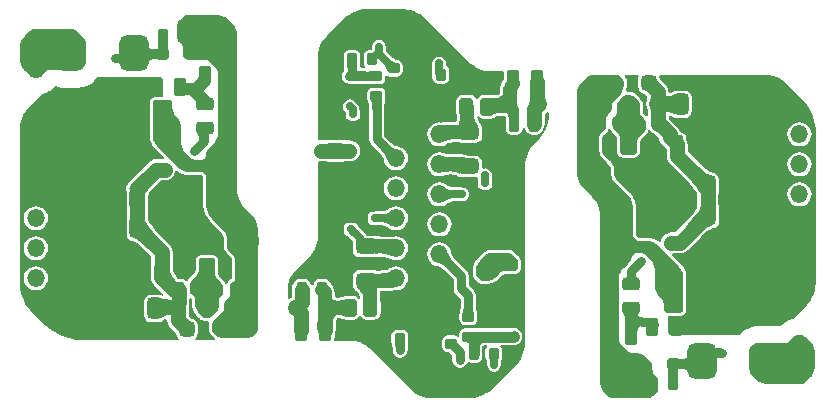
<source format=gbl>
G04*
G04 #@! TF.GenerationSoftware,Altium Limited,Altium Designer,19.1.7 (138)*
G04*
G04 Layer_Physical_Order=2*
G04 Layer_Color=16711680*
%FSLAX44Y44*%
%MOMM*%
G71*
G01*
G75*
G04:AMPARAMS|DCode=18|XSize=1mm|YSize=0.9mm|CornerRadius=0.225mm|HoleSize=0mm|Usage=FLASHONLY|Rotation=90.000|XOffset=0mm|YOffset=0mm|HoleType=Round|Shape=RoundedRectangle|*
%AMROUNDEDRECTD18*
21,1,1.0000,0.4500,0,0,90.0*
21,1,0.5500,0.9000,0,0,90.0*
1,1,0.4500,0.2250,0.2750*
1,1,0.4500,0.2250,-0.2750*
1,1,0.4500,-0.2250,-0.2750*
1,1,0.4500,-0.2250,0.2750*
%
%ADD18ROUNDEDRECTD18*%
G04:AMPARAMS|DCode=19|XSize=1mm|YSize=0.9mm|CornerRadius=0.225mm|HoleSize=0mm|Usage=FLASHONLY|Rotation=0.000|XOffset=0mm|YOffset=0mm|HoleType=Round|Shape=RoundedRectangle|*
%AMROUNDEDRECTD19*
21,1,1.0000,0.4500,0,0,0.0*
21,1,0.5500,0.9000,0,0,0.0*
1,1,0.4500,0.2750,-0.2250*
1,1,0.4500,-0.2750,-0.2250*
1,1,0.4500,-0.2750,0.2250*
1,1,0.4500,0.2750,0.2250*
%
%ADD19ROUNDEDRECTD19*%
G04:AMPARAMS|DCode=20|XSize=1mm|YSize=1mm|CornerRadius=0.25mm|HoleSize=0mm|Usage=FLASHONLY|Rotation=90.000|XOffset=0mm|YOffset=0mm|HoleType=Round|Shape=RoundedRectangle|*
%AMROUNDEDRECTD20*
21,1,1.0000,0.5000,0,0,90.0*
21,1,0.5000,1.0000,0,0,90.0*
1,1,0.5000,0.2500,0.2500*
1,1,0.5000,0.2500,-0.2500*
1,1,0.5000,-0.2500,-0.2500*
1,1,0.5000,-0.2500,0.2500*
%
%ADD20ROUNDEDRECTD20*%
G04:AMPARAMS|DCode=23|XSize=1.8mm|YSize=1.3mm|CornerRadius=0.325mm|HoleSize=0mm|Usage=FLASHONLY|Rotation=270.000|XOffset=0mm|YOffset=0mm|HoleType=Round|Shape=RoundedRectangle|*
%AMROUNDEDRECTD23*
21,1,1.8000,0.6500,0,0,270.0*
21,1,1.1500,1.3000,0,0,270.0*
1,1,0.6500,-0.3250,-0.5750*
1,1,0.6500,-0.3250,0.5750*
1,1,0.6500,0.3250,0.5750*
1,1,0.6500,0.3250,-0.5750*
%
%ADD23ROUNDEDRECTD23*%
%ADD36C,0.7620*%
%ADD37C,0.8890*%
%ADD38C,1.2700*%
%ADD40C,0.6350*%
%ADD42O,1.5240X1.5000*%
%ADD43C,1.5080*%
G04:AMPARAMS|DCode=44|XSize=1.508mm|YSize=1.508mm|CornerRadius=0.377mm|HoleSize=0mm|Usage=FLASHONLY|Rotation=0.000|XOffset=0mm|YOffset=0mm|HoleType=Round|Shape=RoundedRectangle|*
%AMROUNDEDRECTD44*
21,1,1.5080,0.7540,0,0,0.0*
21,1,0.7540,1.5080,0,0,0.0*
1,1,0.7540,0.3770,-0.3770*
1,1,0.7540,-0.3770,-0.3770*
1,1,0.7540,-0.3770,0.3770*
1,1,0.7540,0.3770,0.3770*
%
%ADD44ROUNDEDRECTD44*%
%ADD45C,0.6000*%
G04:AMPARAMS|DCode=46|XSize=1.2mm|YSize=1.5mm|CornerRadius=0.3mm|HoleSize=0mm|Usage=FLASHONLY|Rotation=0.000|XOffset=0mm|YOffset=0mm|HoleType=Round|Shape=RoundedRectangle|*
%AMROUNDEDRECTD46*
21,1,1.2000,0.9000,0,0,0.0*
21,1,0.6000,1.5000,0,0,0.0*
1,1,0.6000,0.3000,-0.4500*
1,1,0.6000,-0.3000,-0.4500*
1,1,0.6000,-0.3000,0.4500*
1,1,0.6000,0.3000,0.4500*
%
%ADD46ROUNDEDRECTD46*%
G04:AMPARAMS|DCode=47|XSize=1.8mm|YSize=1.3mm|CornerRadius=0.325mm|HoleSize=0mm|Usage=FLASHONLY|Rotation=0.000|XOffset=0mm|YOffset=0mm|HoleType=Round|Shape=RoundedRectangle|*
%AMROUNDEDRECTD47*
21,1,1.8000,0.6500,0,0,0.0*
21,1,1.1500,1.3000,0,0,0.0*
1,1,0.6500,0.5750,-0.3250*
1,1,0.6500,-0.5750,-0.3250*
1,1,0.6500,-0.5750,0.3250*
1,1,0.6500,0.5750,0.3250*
%
%ADD47ROUNDEDRECTD47*%
G04:AMPARAMS|DCode=48|XSize=0.6mm|YSize=0.7mm|CornerRadius=0.15mm|HoleSize=0mm|Usage=FLASHONLY|Rotation=270.000|XOffset=0mm|YOffset=0mm|HoleType=Round|Shape=RoundedRectangle|*
%AMROUNDEDRECTD48*
21,1,0.6000,0.4000,0,0,270.0*
21,1,0.3000,0.7000,0,0,270.0*
1,1,0.3000,-0.2000,-0.1500*
1,1,0.3000,-0.2000,0.1500*
1,1,0.3000,0.2000,0.1500*
1,1,0.3000,0.2000,-0.1500*
%
%ADD48ROUNDEDRECTD48*%
G04:AMPARAMS|DCode=49|XSize=1.52mm|YSize=1.1mm|CornerRadius=0.275mm|HoleSize=0mm|Usage=FLASHONLY|Rotation=270.000|XOffset=0mm|YOffset=0mm|HoleType=Round|Shape=RoundedRectangle|*
%AMROUNDEDRECTD49*
21,1,1.5200,0.5500,0,0,270.0*
21,1,0.9700,1.1000,0,0,270.0*
1,1,0.5500,-0.2750,-0.4850*
1,1,0.5500,-0.2750,0.4850*
1,1,0.5500,0.2750,0.4850*
1,1,0.5500,0.2750,-0.4850*
%
%ADD49ROUNDEDRECTD49*%
G04:AMPARAMS|DCode=50|XSize=1.3mm|YSize=1.3mm|CornerRadius=0.325mm|HoleSize=0mm|Usage=FLASHONLY|Rotation=180.000|XOffset=0mm|YOffset=0mm|HoleType=Round|Shape=RoundedRectangle|*
%AMROUNDEDRECTD50*
21,1,1.3000,0.6500,0,0,180.0*
21,1,0.6500,1.3000,0,0,180.0*
1,1,0.6500,-0.3250,0.3250*
1,1,0.6500,0.3250,0.3250*
1,1,0.6500,0.3250,-0.3250*
1,1,0.6500,-0.3250,-0.3250*
%
%ADD50ROUNDEDRECTD50*%
G04:AMPARAMS|DCode=51|XSize=2.5mm|YSize=3mm|CornerRadius=0.625mm|HoleSize=0mm|Usage=FLASHONLY|Rotation=0.000|XOffset=0mm|YOffset=0mm|HoleType=Round|Shape=RoundedRectangle|*
%AMROUNDEDRECTD51*
21,1,2.5000,1.7500,0,0,0.0*
21,1,1.2500,3.0000,0,0,0.0*
1,1,1.2500,0.6250,-0.8750*
1,1,1.2500,-0.6250,-0.8750*
1,1,1.2500,-0.6250,0.8750*
1,1,1.2500,0.6250,0.8750*
%
%ADD51ROUNDEDRECTD51*%
G04:AMPARAMS|DCode=52|XSize=1.52mm|YSize=1.1mm|CornerRadius=0.275mm|HoleSize=0mm|Usage=FLASHONLY|Rotation=180.000|XOffset=0mm|YOffset=0mm|HoleType=Round|Shape=RoundedRectangle|*
%AMROUNDEDRECTD52*
21,1,1.5200,0.5500,0,0,180.0*
21,1,0.9700,1.1000,0,0,180.0*
1,1,0.5500,-0.4850,0.2750*
1,1,0.5500,0.4850,0.2750*
1,1,0.5500,0.4850,-0.2750*
1,1,0.5500,-0.4850,-0.2750*
%
%ADD52ROUNDEDRECTD52*%
%ADD53C,1.1176*%
%ADD54C,1.0160*%
%ADD55C,1.1430*%
G36*
X331565Y387604D02*
X332910Y387604D01*
X335588Y387340D01*
X338226Y386815D01*
X340801Y386034D01*
X343287Y385005D01*
X345660Y383736D01*
X347897Y382241D01*
X349977Y380535D01*
X350928Y379583D01*
X350928Y379583D01*
X350928Y379583D01*
X388733Y341779D01*
X390220Y340431D01*
X393554Y338203D01*
X397258Y336669D01*
X401191Y335886D01*
X403196Y335788D01*
X415498D01*
X416444Y334518D01*
X416196Y333272D01*
Y327916D01*
X415940Y327660D01*
X414637Y325962D01*
X413818Y323985D01*
X413539Y321863D01*
Y320876D01*
X413506Y319243D01*
X413353Y317286D01*
X413257Y316644D01*
X413223Y316495D01*
X412693Y316139D01*
X412127Y315844D01*
X411424Y315560D01*
X410586Y315297D01*
X409615Y315064D01*
X408568Y314877D01*
X407693Y314803D01*
X407358Y315026D01*
X405196Y315457D01*
X399196D01*
X397034Y315026D01*
X395202Y313802D01*
X394152Y312230D01*
X393645Y312124D01*
X393247D01*
X392740Y312230D01*
X391690Y313802D01*
X389858Y315026D01*
X387696Y315457D01*
X381696D01*
X379534Y315026D01*
X377702Y313802D01*
X376478Y311970D01*
X376048Y309808D01*
Y300808D01*
X376478Y298646D01*
X376521Y298582D01*
X376543Y296631D01*
X376419Y294332D01*
X376187Y292313D01*
X367774Y292067D01*
X364837D01*
X363452Y291885D01*
X362070Y292067D01*
X361830D01*
X359209Y291721D01*
X356767Y290710D01*
X354669Y289101D01*
X353060Y287003D01*
X352048Y284561D01*
X351703Y281940D01*
X352048Y279319D01*
X353060Y276877D01*
X354669Y274779D01*
X356767Y273170D01*
X359209Y272158D01*
X361830Y271813D01*
X362070D01*
X364691Y272158D01*
X367133Y273170D01*
X367448Y273411D01*
X367461Y273415D01*
X367571Y273505D01*
X367701Y273561D01*
X368195Y273898D01*
X368706Y274149D01*
X369436Y274413D01*
X370373Y274665D01*
X371506Y274891D01*
X372782Y275076D01*
X376195Y275301D01*
X377563Y275268D01*
X378035Y275230D01*
X378324Y275037D01*
X380583Y274587D01*
X392083D01*
X394342Y275037D01*
X396258Y276317D01*
X397537Y278232D01*
X397987Y280491D01*
Y286991D01*
X397537Y289250D01*
X397099Y289906D01*
X397001Y290122D01*
X396300Y291101D01*
X396258Y291165D01*
X396252Y291169D01*
X396249Y291173D01*
X395622Y292187D01*
X395070Y293233D01*
X394593Y294315D01*
X394199Y295402D01*
X393931Y296620D01*
X395060Y297026D01*
X395202Y296814D01*
X397034Y295590D01*
X399196Y295159D01*
X405196D01*
X407358Y295590D01*
X407949Y295985D01*
X408131Y296060D01*
X408724Y296455D01*
X409317Y296758D01*
X410064Y297052D01*
X410963Y297324D01*
X412011Y297565D01*
X413151Y297760D01*
X413853Y297817D01*
X414138Y297626D01*
X416600Y297136D01*
X417691D01*
X417793Y296872D01*
X417971Y296146D01*
X418116Y295169D01*
X418168Y294501D01*
Y292536D01*
X418231Y292219D01*
X418198Y292056D01*
Y286556D01*
X418570Y284687D01*
X419629Y283103D01*
X421213Y282044D01*
X423082Y281672D01*
X427582D01*
X429451Y282044D01*
X431035Y283103D01*
X432094Y284687D01*
X432466Y286556D01*
Y287486D01*
X433736Y287739D01*
X434313Y286347D01*
X435564Y284715D01*
X435570Y284687D01*
X436629Y283103D01*
X438213Y282044D01*
X440082Y281672D01*
X444582D01*
X446451Y282044D01*
X448035Y283103D01*
X449094Y284687D01*
X449277Y285609D01*
X449843Y286347D01*
X450739Y288509D01*
X451045Y290830D01*
Y298682D01*
X452959Y300151D01*
X453390Y300712D01*
X454660Y300281D01*
X454660Y297932D01*
X454376Y294969D01*
X453811Y292047D01*
X452970Y289192D01*
X451860Y286431D01*
X450492Y283787D01*
X448878Y281287D01*
X447033Y278951D01*
X446004Y277877D01*
X446004Y277877D01*
X446004Y277877D01*
X441974Y273672D01*
X440310Y271761D01*
X437564Y267506D01*
X435676Y262808D01*
X434715Y257836D01*
X434594Y255304D01*
X434594D01*
X434594Y105990D01*
X434594Y104596D01*
X434321Y101820D01*
X433777Y99085D01*
X432967Y96417D01*
X431900Y93840D01*
X430585Y91381D01*
X429036Y89062D01*
X427267Y86907D01*
X426281Y85921D01*
X426281Y85921D01*
X426281Y85921D01*
X407185Y66825D01*
X406189Y65828D01*
X404009Y64040D01*
X401664Y62473D01*
X399178Y61144D01*
X396572Y60065D01*
X393874Y59246D01*
X391109Y58696D01*
X388302Y58420D01*
X386893Y58420D01*
X386893Y58420D01*
X386893Y58420D01*
X354174Y58420D01*
X352097D01*
X348023Y59230D01*
X344186Y60820D01*
X340733Y63127D01*
X339264Y64596D01*
X304074Y99786D01*
X302362Y101337D01*
X298526Y103901D01*
X294263Y105666D01*
X289737Y106566D01*
X287431Y106679D01*
X287430Y106680D01*
X287430Y106680D01*
X273402D01*
X272743Y107725D01*
X272760Y107950D01*
X273160Y109958D01*
Y112254D01*
X273677Y113503D01*
X273983Y115824D01*
Y116855D01*
X274048Y119417D01*
X274317Y122438D01*
X274508Y123671D01*
X274737Y124765D01*
X274994Y125688D01*
X275103Y125984D01*
X275196Y126013D01*
X276077Y126212D01*
X277096Y126380D01*
X277153Y126384D01*
X277874Y126275D01*
X278728Y126097D01*
X279352Y125918D01*
X279713Y125770D01*
X280047Y125567D01*
X280191Y125515D01*
X280728Y125155D01*
X282890Y124726D01*
X288890D01*
X291052Y125155D01*
X292884Y126380D01*
X293934Y127952D01*
X294441Y128059D01*
X294839D01*
X295346Y127952D01*
X296396Y126380D01*
X298228Y125155D01*
X300390Y124726D01*
X306390D01*
X308552Y125155D01*
X310384Y126380D01*
X311609Y128212D01*
X312038Y130374D01*
Y139374D01*
X311716Y140994D01*
Y149432D01*
X318786Y149639D01*
X321979D01*
X323057Y149781D01*
X324134Y149923D01*
X324289Y149987D01*
X325000Y149893D01*
X325240D01*
X327861Y150239D01*
X330303Y151250D01*
X332401Y152859D01*
X334010Y154957D01*
X335022Y157399D01*
X335367Y160020D01*
X335022Y162641D01*
X334010Y165083D01*
X332401Y167181D01*
X330303Y168790D01*
X327861Y169802D01*
X325240Y170147D01*
X325000D01*
X322379Y169802D01*
X319937Y168790D01*
X319622Y168549D01*
X319609Y168545D01*
X319497Y168452D01*
X319489Y168447D01*
X319350Y168386D01*
X318788Y167994D01*
X318212Y167698D01*
X317440Y167400D01*
X316479Y167121D01*
X315334Y166871D01*
X314062Y166668D01*
X310459Y166402D01*
X308997Y166437D01*
X308526Y166476D01*
X308236Y166669D01*
X305977Y167119D01*
X294477D01*
X292218Y166669D01*
X290303Y165389D01*
X289023Y163474D01*
X288574Y161215D01*
Y154715D01*
X289023Y152456D01*
X290303Y150541D01*
X290724Y150259D01*
X291456Y149641D01*
X292210Y148864D01*
X292871Y148030D01*
X293444Y147132D01*
X293932Y146163D01*
X294337Y145116D01*
X294658Y143984D01*
X294892Y142762D01*
X294907Y142627D01*
X293678Y142180D01*
X292884Y143368D01*
X291052Y144593D01*
X288890Y145022D01*
X282890D01*
X280728Y144593D01*
X280244Y144269D01*
X280146Y144238D01*
X279967Y144139D01*
X279739Y144065D01*
X279290Y143967D01*
X275182Y143711D01*
X275062Y143718D01*
X274277Y143807D01*
X273739Y143897D01*
X273583Y143939D01*
X273498Y143981D01*
X273436Y143997D01*
X273367Y144043D01*
X273201Y146838D01*
Y148247D01*
X273059Y149325D01*
X272917Y150402D01*
X272086Y152410D01*
X270763Y154135D01*
X269797Y155100D01*
X269516Y156511D01*
X268457Y158095D01*
X266873Y159154D01*
X265004Y159526D01*
X260504D01*
X258635Y159154D01*
X257051Y158095D01*
X255992Y156511D01*
X255620Y154642D01*
X255084Y154236D01*
X253653Y154528D01*
X253519Y154851D01*
X252611Y156036D01*
X252516Y156511D01*
X251457Y158095D01*
X249873Y159154D01*
X248004Y159526D01*
X243504D01*
X241635Y159154D01*
X240051Y158095D01*
X238992Y156511D01*
X238897Y156036D01*
X237989Y154851D01*
X237093Y152689D01*
X236787Y150368D01*
Y143661D01*
X236217Y143425D01*
X234950Y142453D01*
X233680Y143079D01*
Y152364D01*
X233680Y154158D01*
X234380Y157677D01*
X235753Y160993D01*
X237747Y163976D01*
X239015Y165245D01*
X239016Y165245D01*
X250541Y176770D01*
X251528Y177807D01*
X253343Y180018D01*
X254932Y182397D01*
X256281Y184921D01*
X257376Y187564D01*
X258206Y190301D01*
X258764Y193108D01*
X259045Y195955D01*
X259080Y197385D01*
X259080Y197386D01*
Y258341D01*
X260035Y259179D01*
X261366Y259003D01*
X265962D01*
X268063Y258585D01*
X279563D01*
X281664Y259003D01*
X285750D01*
X288071Y259309D01*
X290233Y260205D01*
X292090Y261630D01*
X293515Y263487D01*
X294411Y265649D01*
X294717Y267970D01*
X294411Y270291D01*
X293515Y272453D01*
X292090Y274310D01*
X290233Y275735D01*
X288071Y276631D01*
X285750Y276937D01*
X261366D01*
X260035Y276761D01*
X259080Y277599D01*
Y347015D01*
X259080Y349539D01*
X260065Y354491D01*
X261997Y359156D01*
X264802Y363354D01*
X266587Y365139D01*
X266587Y365139D01*
X282307Y380859D01*
X283911Y382463D01*
X287682Y384983D01*
X291873Y386719D01*
X296323Y387604D01*
X298591Y387604D01*
X298591Y387604D01*
X331565Y387604D01*
D02*
G37*
G36*
X177498Y382460D02*
X180211Y381336D01*
X182653Y379704D01*
X183691Y378665D01*
X183691Y378665D01*
X186567Y375789D01*
X187442Y374915D01*
X188818Y372858D01*
X189764Y370571D01*
X190247Y368144D01*
X190246Y366907D01*
X190246Y366907D01*
X190246Y235556D01*
X190347Y233489D01*
X191154Y229435D01*
X192736Y225616D01*
X195032Y222179D01*
X196422Y220646D01*
X196422Y220646D01*
X201736Y215331D01*
X203353Y213716D01*
X205894Y209915D01*
X207643Y205691D01*
X208534Y201206D01*
X208534Y198921D01*
X208534Y198921D01*
X208534Y118023D01*
X208534Y117379D01*
X208283Y116117D01*
X207790Y114927D01*
X207075Y113857D01*
X206620Y113402D01*
X206620Y113402D01*
X205009Y111791D01*
X204518Y111300D01*
X203365Y110529D01*
X202083Y109999D01*
X200722Y109728D01*
X200029Y109728D01*
X200029D01*
X177459Y109728D01*
X176875Y109728D01*
X175731Y109956D01*
X174654Y110402D01*
X173684Y111050D01*
X173271Y111462D01*
X173271Y111462D01*
X170465Y114269D01*
X170156Y114579D01*
X169669Y115306D01*
X169335Y116114D01*
X169164Y116972D01*
Y117410D01*
X169164Y117410D01*
X169164Y118854D01*
X169164Y119764D01*
X169519Y121550D01*
X170216Y123231D01*
X171227Y124745D01*
X171871Y125389D01*
X171871Y125389D01*
X177844Y131362D01*
X178176Y131729D01*
X178727Y132552D01*
X179105Y133467D01*
X179298Y134438D01*
X179323Y134933D01*
X179323Y134933D01*
X179323Y136483D01*
Y137127D01*
X179574Y138390D01*
X180067Y139580D01*
X180783Y140651D01*
X181238Y141106D01*
X181238Y141106D01*
X183178Y143046D01*
X183454Y143350D01*
X183910Y144032D01*
X184224Y144791D01*
X184384Y145596D01*
X184404Y146006D01*
X184404Y146006D01*
X184404Y152274D01*
X184404Y152787D01*
X184604Y153793D01*
X184997Y154742D01*
X185567Y155595D01*
X185930Y155958D01*
X185930Y155958D01*
X187570Y157598D01*
X187943Y158010D01*
X188561Y158934D01*
X188986Y159960D01*
X189202Y161050D01*
X189230Y161605D01*
X189230Y161605D01*
X189230Y174077D01*
X189190Y174898D01*
X188870Y176508D01*
X188241Y178025D01*
X187329Y179390D01*
X186777Y179999D01*
X186777Y179999D01*
X184645Y182131D01*
X183984Y182792D01*
X182945Y184347D01*
X182229Y186075D01*
X181864Y187910D01*
Y188845D01*
Y188845D01*
X181864Y194143D01*
X181824Y194964D01*
X181504Y196574D01*
X180876Y198091D01*
X179963Y199456D01*
X179411Y200065D01*
X179411Y200065D01*
X176784Y202692D01*
X171052Y208424D01*
X169456Y210020D01*
X166947Y213775D01*
X165219Y217947D01*
X164338Y222376D01*
X164338Y224634D01*
Y224634D01*
X164338Y263888D01*
Y264738D01*
X164670Y266405D01*
X165320Y267975D01*
X166264Y269388D01*
X166865Y269989D01*
X166865Y269989D01*
X171178Y274302D01*
X171868Y275063D01*
X173008Y276769D01*
X173794Y278665D01*
X174194Y280678D01*
X174244Y281704D01*
X174244Y281704D01*
X174244Y333948D01*
X174211Y334624D01*
X173948Y335950D01*
X173431Y337199D01*
X172679Y338322D01*
X172225Y338823D01*
X172225Y338823D01*
X168717Y342330D01*
X168072Y342916D01*
X166625Y343885D01*
X165016Y344551D01*
X163307Y344890D01*
X162437Y344932D01*
X162437Y344932D01*
X149606Y344932D01*
X148696Y344932D01*
X147016Y345628D01*
X145730Y346914D01*
X145034Y348594D01*
X145034Y349504D01*
Y349504D01*
X145034Y354882D01*
X145014Y355292D01*
X144855Y356097D01*
X144541Y356856D01*
X144084Y357538D01*
X143807Y357842D01*
X143808Y357842D01*
X141928Y359722D01*
X141459Y360191D01*
X140721Y361295D01*
X140213Y362522D01*
X139954Y363824D01*
X139954Y364488D01*
Y364488D01*
X139954Y373721D01*
X139954Y374425D01*
X140229Y375806D01*
X140767Y377107D01*
X141550Y378278D01*
X142048Y378775D01*
X142048Y378776D01*
X144390Y381118D01*
X144845Y381573D01*
X145915Y382289D01*
X147105Y382781D01*
X148367Y383032D01*
X149011Y383032D01*
X149011Y383032D01*
X173148Y383032D01*
X174617Y383032D01*
X177498Y382460D01*
D02*
G37*
G36*
X132104Y362376D02*
X131984Y361973D01*
X131877Y361441D01*
X131785Y360783D01*
X131643Y359083D01*
X131643Y359071D01*
X131896Y355352D01*
X132028Y354648D01*
X132180Y354058D01*
X132353Y353583D01*
X132546Y353222D01*
X124256D01*
Y344932D01*
X123895Y345125D01*
X123420Y345298D01*
X122830Y345450D01*
X122126Y345582D01*
X120451Y345777D01*
X119418Y345605D01*
X118423Y345338D01*
X117582Y344995D01*
X116893Y344576D01*
X116358Y344081D01*
X115975Y343510D01*
X115746Y342862D01*
X115669Y342138D01*
Y345946D01*
X115505Y345948D01*
Y353568D01*
X115669Y353569D01*
Y357378D01*
X115746Y356654D01*
X115975Y356006D01*
X116358Y355435D01*
X116893Y354940D01*
X117582Y354520D01*
X118423Y354178D01*
X119418Y353911D01*
X120107Y353797D01*
X122126Y353934D01*
X122830Y354066D01*
X123293Y354185D01*
X123412Y354648D01*
X123544Y355352D01*
X123747Y357102D01*
X123776Y357611D01*
X123557Y362652D01*
X132239D01*
X132104Y362376D01*
D02*
G37*
G36*
X19725Y371348D02*
X19725Y371348D01*
X23368Y371348D01*
X47821Y371348D01*
X49073Y371348D01*
X51529Y370860D01*
X53842Y369902D01*
X55924Y368511D01*
X56809Y367625D01*
X56809D01*
X60093Y364341D01*
X60782Y363652D01*
X61865Y362031D01*
X62611Y360229D01*
X62992Y358317D01*
X62992Y357342D01*
X62992D01*
X62992Y344932D01*
X62992Y344107D01*
X62670Y342487D01*
X62038Y340962D01*
X61121Y339590D01*
X59954Y338422D01*
X58581Y337505D01*
X57056Y336874D01*
X55437Y336551D01*
X54611D01*
X30480Y336550D01*
X25715Y331786D01*
X25278Y331348D01*
X24249Y330661D01*
X23107Y330188D01*
X21893Y329947D01*
X21275Y329947D01*
X21274Y329946D01*
X19471Y329946D01*
X18827Y329946D01*
X17565Y330197D01*
X16375Y330690D01*
X15305Y331405D01*
X14850Y331860D01*
X14850Y331860D01*
X10971Y335739D01*
X10053Y336657D01*
X8612Y338815D01*
X7618Y341212D01*
X7112Y343758D01*
X7112Y345055D01*
X7112Y345055D01*
X7112Y356344D01*
X7112Y357617D01*
X7609Y360113D01*
X8583Y362464D01*
X9997Y364581D01*
X10897Y365480D01*
X10896D01*
X14670Y369255D01*
X15168Y369752D01*
X16339Y370535D01*
X17640Y371074D01*
X19021Y371348D01*
X19725Y371348D01*
D02*
G37*
G36*
X125625Y330200D02*
X126838Y329697D01*
X127767Y328768D01*
X128053Y328079D01*
X128270Y326898D01*
D01*
X128270Y325722D01*
Y313740D01*
X122682Y313740D01*
X122680Y313739D01*
X121974D01*
X120983Y313542D01*
X119676Y313001D01*
X118836Y312439D01*
X117836Y311439D01*
X117275Y310599D01*
X116733Y309292D01*
X116536Y308301D01*
Y305616D01*
X116525Y305562D01*
X116536Y305508D01*
X116536Y281617D01*
X116536Y281617D01*
Y280098D01*
X116586Y279848D01*
Y279593D01*
X117179Y276614D01*
X117276Y276378D01*
X117326Y276128D01*
X118488Y273322D01*
X118630Y273110D01*
X118728Y272874D01*
X120415Y270348D01*
X120596Y270168D01*
X120737Y269956D01*
X128489Y262205D01*
X127963Y260935D01*
X122174D01*
X122174Y260935D01*
X119853Y260629D01*
X117691Y259733D01*
X115834Y258308D01*
X115834Y258308D01*
X99809Y242284D01*
X98384Y240427D01*
X97861Y239166D01*
X97804Y239089D01*
X97741Y238958D01*
X97645Y238849D01*
X96947Y237661D01*
X96830Y237324D01*
X96674Y237003D01*
X96469Y236219D01*
X96460Y236063D01*
X96409Y235916D01*
X96431Y235563D01*
X96410Y235210D01*
X96461Y235063D01*
X96470Y234907D01*
X96625Y234589D01*
X96741Y234256D01*
X96844Y234139D01*
X96913Y233998D01*
X97183Y233643D01*
Y233535D01*
X97041Y232825D01*
Y221325D01*
X97183Y220616D01*
Y209890D01*
X96996Y208951D01*
Y197451D01*
X97445Y195192D01*
X98725Y193277D01*
X100640Y191997D01*
X101350Y191856D01*
X101530Y191779D01*
X102329Y191612D01*
X103087Y191351D01*
X103988Y190935D01*
X105016Y190355D01*
X106157Y189609D01*
X107363Y188724D01*
X111734Y184935D01*
X111745Y184924D01*
X118033Y178636D01*
Y171719D01*
X117831Y171231D01*
X117525Y168910D01*
Y161011D01*
X117831Y158690D01*
X118727Y156527D01*
X120152Y154670D01*
X127732Y147089D01*
X127811Y146543D01*
X127466Y145560D01*
X127081Y145432D01*
X126961Y145472D01*
X126436Y145823D01*
X124177Y146273D01*
X117677D01*
X115418Y145823D01*
X113503Y144544D01*
X112223Y142628D01*
X111773Y140369D01*
Y128869D01*
X112223Y126610D01*
X113503Y124695D01*
X115418Y123415D01*
X117677Y122966D01*
X124177D01*
X126436Y123415D01*
X128351Y124695D01*
X128562Y125011D01*
X128663Y125116D01*
X128943Y125317D01*
X129422Y125561D01*
X130106Y125815D01*
X130405Y125896D01*
X131675Y125102D01*
Y124441D01*
X131980Y122120D01*
X132876Y119957D01*
X134301Y118100D01*
X139157Y113244D01*
X139538Y111331D01*
X140818Y109416D01*
X141491Y108966D01*
X141105Y107696D01*
X60437D01*
X58119Y107696D01*
X53506Y108150D01*
X48959Y109055D01*
X44523Y110400D01*
X40240Y112174D01*
X36152Y114360D01*
X32297Y116935D01*
X28714Y119876D01*
X27075Y121515D01*
X27075Y121515D01*
X27075Y121515D01*
X15394Y133196D01*
X13272Y135782D01*
X11413Y138564D01*
X9836Y141514D01*
X8556Y144605D01*
X7585Y147806D01*
X6932Y151088D01*
X6712Y153318D01*
X6712Y288659D01*
X6858Y290136D01*
X7363Y292676D01*
X8114Y295153D01*
X9105Y297545D01*
X10325Y299828D01*
X11764Y301981D01*
X13406Y303982D01*
X14322Y304897D01*
X14322Y304898D01*
X25776Y316352D01*
X25853Y316367D01*
X27162Y316812D01*
X28498Y317169D01*
X29641Y317643D01*
X30838Y318333D01*
X32077Y318945D01*
X33106Y319632D01*
X34145Y320543D01*
X35241Y321384D01*
X35679Y321822D01*
X35679Y321822D01*
X35679Y321822D01*
X36317Y322460D01*
X36951Y322460D01*
X38986Y321843D01*
X42950Y321452D01*
X55450D01*
X59414Y321843D01*
X63225Y322999D01*
X66738Y324876D01*
X69817Y327403D01*
X72112Y330200D01*
X125625Y330200D01*
D02*
G37*
G36*
X524066Y315265D02*
X525373Y314723D01*
X526550Y313937D01*
X527050Y313436D01*
X529020Y311466D01*
X529020Y311465D01*
X529700Y310787D01*
X530767Y309190D01*
X531502Y307416D01*
X531877Y305532D01*
X531876Y304572D01*
X531876Y299825D01*
Y299825D01*
X531889Y299560D01*
X531992Y299039D01*
X532196Y298549D01*
X532491Y298108D01*
X532669Y297911D01*
X535042Y295538D01*
X535042Y295538D01*
X535437Y295144D01*
X536057Y294215D01*
X536484Y293184D01*
X536702Y292089D01*
X536702Y291530D01*
X536702Y288413D01*
X536702Y288413D01*
X536702Y287659D01*
X536408Y286180D01*
X535830Y284787D01*
X534993Y283533D01*
X534459Y282999D01*
X530596Y279135D01*
X530595Y279135D01*
X530241Y278744D01*
X529655Y277868D01*
X529252Y276894D01*
X529046Y275860D01*
X529021Y275333D01*
X529021Y267654D01*
X529021Y267654D01*
Y267060D01*
X528566Y265963D01*
X527725Y265122D01*
X526628Y264668D01*
X526034Y264668D01*
X517651Y264669D01*
X517651D01*
X517095Y264669D01*
X516069Y265094D01*
X515283Y265880D01*
X514858Y266907D01*
X514858Y267462D01*
X514858Y278428D01*
X514858Y278428D01*
X514832Y278958D01*
X514626Y279999D01*
X514220Y280980D01*
X513629Y281862D01*
X513272Y282256D01*
X510273Y285255D01*
X510273Y285254D01*
X509793Y285735D01*
X509039Y286864D01*
X508519Y288118D01*
X508254Y289450D01*
X508254Y290130D01*
X508254Y293668D01*
Y293667D01*
X508254Y294080D01*
X508414Y294889D01*
X508730Y295651D01*
X509188Y296337D01*
X509480Y296628D01*
X511017Y298165D01*
X511017Y298165D01*
X511253Y298425D01*
X511643Y299007D01*
X511911Y299655D01*
X512047Y300342D01*
X512064Y300692D01*
Y305079D01*
X512064Y305919D01*
X512391Y307566D01*
X513033Y309117D01*
X513966Y310513D01*
X514560Y311106D01*
X516890Y313436D01*
X516890Y313436D01*
X517390Y313937D01*
X518567Y314723D01*
X519874Y315265D01*
X521262Y315541D01*
X522678Y315542D01*
X524066Y315265D01*
D02*
G37*
G36*
X427406Y312996D02*
X414767Y314366D01*
X415030Y314414D01*
X415265Y314618D01*
X415472Y314977D01*
X415652Y315493D01*
X415804Y316165D01*
X415928Y316993D01*
X416094Y319116D01*
X416149Y321863D01*
X427325D01*
X427406Y312996D01*
D02*
G37*
G36*
X414714Y311953D02*
X418501Y311912D01*
X419354Y300736D01*
X417540Y300711D01*
X414714Y300484D01*
Y300304D01*
X414495Y300386D01*
X414174Y300441D01*
X412829Y300333D01*
X411502Y300105D01*
X410297Y299828D01*
X409213Y299500D01*
X408252Y299122D01*
X407412Y298693D01*
X406694Y298214D01*
Y300700D01*
X402975Y300736D01*
X402862Y311912D01*
X404536Y311937D01*
X406694Y312119D01*
Y312402D01*
X406926Y312309D01*
X407370Y312225D01*
X407620Y312197D01*
X408906Y312306D01*
X410145Y312528D01*
X411276Y312799D01*
X412299Y313120D01*
X413212Y313489D01*
X414017Y313908D01*
X414714Y314376D01*
Y311953D01*
D02*
G37*
G36*
X513184Y332328D02*
X513819Y332065D01*
X514391Y331683D01*
X514634Y331439D01*
X514635Y331440D01*
X516605Y329469D01*
X516975Y329100D01*
X517556Y328230D01*
X517956Y327264D01*
X518160Y326238D01*
X518160Y325715D01*
X518160Y325715D01*
Y323813D01*
X518161Y322613D01*
X517694Y320261D01*
X516776Y318045D01*
X515443Y316052D01*
X514594Y315204D01*
X509914Y310524D01*
X509483Y310049D01*
X508771Y308985D01*
X508281Y307802D01*
X508032Y306546D01*
X508001Y305905D01*
Y305905D01*
X508001Y304610D01*
X508002Y304051D01*
X507785Y302955D01*
X507357Y301923D01*
X506736Y300994D01*
X506340Y300600D01*
X506340D01*
X504834Y299094D01*
X504403Y298619D01*
X503691Y297554D01*
X503200Y296370D01*
X502951Y295114D01*
X502920Y294473D01*
Y289114D01*
X502921Y288616D01*
X502727Y287639D01*
X502346Y286719D01*
X501792Y285891D01*
X501440Y285539D01*
X501440Y285540D01*
X501440Y285539D01*
D01*
X499156Y283256D01*
X498688Y282740D01*
X497915Y281584D01*
X497383Y280299D01*
X497112Y278935D01*
X497078Y278240D01*
Y268645D01*
X497121Y267764D01*
X497465Y266036D01*
X498139Y264408D01*
X499118Y262943D01*
X499711Y262290D01*
X499711D01*
X504172Y257828D01*
X504933Y257068D01*
X506128Y255280D01*
X506951Y253294D01*
X507370Y251184D01*
X507369Y250109D01*
X507369Y250109D01*
X507369Y248218D01*
X507410Y247391D01*
X507732Y245770D01*
X508365Y244242D01*
X509284Y242868D01*
X509840Y242254D01*
X509840D01*
X520593Y231500D01*
X521827Y230268D01*
X523766Y227368D01*
X525101Y224145D01*
X525781Y220723D01*
X525780Y218979D01*
X525780Y218979D01*
Y196341D01*
X525780Y196342D01*
X526108Y195582D01*
X526967Y194168D01*
X528069Y192936D01*
X529379Y191926D01*
X530098Y191516D01*
X539373Y191516D01*
X540333Y191516D01*
X542217Y191141D01*
X543992Y190406D01*
X545589Y189339D01*
X546269Y188660D01*
X546268Y188660D01*
X563936Y170993D01*
X565009Y169919D01*
X566697Y167393D01*
X567859Y164587D01*
X568452Y161608D01*
Y160089D01*
X568452Y160089D01*
X568452Y134112D01*
Y133405D01*
X567911Y132098D01*
X566911Y131098D01*
X565604Y130556D01*
X564897D01*
X564896Y130556D01*
X555498Y130556D01*
X554740Y130556D01*
X553340Y131136D01*
X552268Y132208D01*
X551688Y133608D01*
X551688Y134366D01*
X551688Y134366D01*
X551688Y137904D01*
X551652Y138643D01*
X551364Y140092D01*
X550798Y141456D01*
X549977Y142685D01*
X549481Y143233D01*
X549481Y143233D01*
X547837Y144877D01*
X547047Y145667D01*
X545800Y147521D01*
X544933Y149581D01*
X544478Y151769D01*
X544465Y152886D01*
X544465Y152886D01*
X544321Y165451D01*
X544227Y167011D01*
X543592Y170067D01*
X542381Y172943D01*
X540640Y175534D01*
X539589Y176691D01*
X539589Y176691D01*
X537272Y179008D01*
X536689Y179537D01*
X535382Y180410D01*
X533931Y181011D01*
X532390Y181317D01*
X531604Y181356D01*
X531604Y181356D01*
X530098D01*
Y181356D01*
X530096Y181356D01*
X529198Y181356D01*
X527739Y181029D01*
X526378Y180194D01*
X525361Y178963D01*
X525207Y178638D01*
X525204Y178623D01*
X524072Y175891D01*
X522429Y173432D01*
X521382Y172386D01*
X521382Y172386D01*
X517806Y168810D01*
X516870Y167778D01*
X515325Y165465D01*
X514260Y162895D01*
X513717Y160166D01*
X513649Y158775D01*
Y110929D01*
X513705Y109789D01*
X514150Y107552D01*
X515023Y105445D01*
X516290Y103549D01*
X517057Y102703D01*
X517057D01*
X520025Y99735D01*
X520823Y99011D01*
X522612Y97816D01*
X524600Y96993D01*
X526711Y96573D01*
X527786Y96520D01*
X527786D01*
X529361Y96520D01*
X530443Y96520D01*
X532563Y96099D01*
X534561Y95272D01*
X536359Y94070D01*
X537123Y93305D01*
X537123Y93305D01*
X540525Y89903D01*
X540945Y89484D01*
X541605Y88497D01*
X542060Y87400D01*
X542291Y86235D01*
X542290Y85642D01*
X542290Y85642D01*
X542290Y83225D01*
X542324Y82524D01*
X542598Y81150D01*
X543134Y79855D01*
X543913Y78690D01*
X544384Y78170D01*
X544384Y78170D01*
X546092Y76461D01*
X546397Y76158D01*
X546875Y75444D01*
X547203Y74650D01*
X547370Y73807D01*
X547370Y73377D01*
X547370Y73377D01*
X547370Y67372D01*
X547370Y66753D01*
X547130Y65539D01*
X546656Y64396D01*
X545968Y63367D01*
X545530Y62930D01*
X545530Y62930D01*
X543114Y60514D01*
X542616Y60016D01*
X541445Y59233D01*
X540144Y58694D01*
X538763Y58420D01*
X538059Y58420D01*
X510917D01*
X509861Y58420D01*
X507790Y58832D01*
X505838Y59640D01*
X504082Y60814D01*
X503335Y61561D01*
Y61561D01*
X501563Y63333D01*
X500678Y64218D01*
X499287Y66300D01*
X498329Y68613D01*
X497840Y71069D01*
X497840Y72321D01*
Y72321D01*
Y78740D01*
X497840Y213026D01*
X497733Y215209D01*
X496882Y219491D01*
X495211Y223524D01*
X492786Y227153D01*
X491318Y228772D01*
X491318Y228772D01*
X484891Y235199D01*
X483441Y236649D01*
X481161Y240061D01*
X479591Y243852D01*
X478790Y247877D01*
X478790Y249928D01*
Y249928D01*
X478790Y319005D01*
X478790Y319795D01*
X479098Y321343D01*
X479702Y322801D01*
X480579Y324114D01*
X481137Y324672D01*
X481137Y324672D01*
X486348Y329884D01*
X486960Y330496D01*
X488400Y331458D01*
X489999Y332121D01*
X491697Y332459D01*
X492563D01*
Y332459D01*
X512166Y332462D01*
X512510Y332462D01*
X513184Y332328D01*
D02*
G37*
G36*
X167603Y324498D02*
X161741Y318639D01*
X168108Y313037D01*
X168697Y312718D01*
X169136Y312579D01*
X156013Y305279D01*
X156479Y305663D01*
X156726Y306176D01*
X156755Y306818D01*
X156565Y307589D01*
X156157Y308489D01*
X155530Y309518D01*
X154685Y310676D01*
X153622Y311963D01*
X150840Y314924D01*
X154432Y318516D01*
X150840Y322108D01*
X152592Y323902D01*
X156470Y328406D01*
X157303Y329615D01*
X157906Y330677D01*
X158279Y331593D01*
X158423Y332363D01*
X158336Y332986D01*
X158020Y333462D01*
X167603Y324498D01*
D02*
G37*
G36*
X561524Y298779D02*
X560863Y299199D01*
X560035Y299575D01*
X559039Y299906D01*
X557876Y300194D01*
X556544Y300437D01*
X553378Y300791D01*
X549540Y300968D01*
X547370Y300990D01*
Y313690D01*
X549540Y313712D01*
X556543Y314243D01*
X557875Y314487D01*
X559038Y314774D01*
X560034Y315106D01*
X560863Y315483D01*
X561524Y315903D01*
Y298779D01*
D02*
G37*
G36*
X530356Y332486D02*
X530955Y331366D01*
X530632Y330883D01*
X530183Y328624D01*
Y322124D01*
X530632Y319865D01*
X531912Y317950D01*
X533827Y316670D01*
X535740Y316290D01*
X537948Y314081D01*
Y310933D01*
X537550Y309971D01*
X537203Y307340D01*
X537550Y304709D01*
X538403Y302647D01*
Y297565D01*
X538390Y297555D01*
X537688Y297192D01*
X537133Y297109D01*
X536873Y297369D01*
X536873Y297370D01*
X534545Y299697D01*
X534537Y299706D01*
X534491Y299776D01*
X534483Y299795D01*
X534466Y299877D01*
X534466Y299889D01*
X534466Y304570D01*
X534466Y305530D01*
X534417Y305781D01*
X534417Y306036D01*
X534043Y307920D01*
X533945Y308156D01*
X533895Y308407D01*
X533160Y310181D01*
X533018Y310394D01*
X532920Y310630D01*
X531853Y312226D01*
X531672Y312407D01*
X531530Y312619D01*
X530852Y313296D01*
X530852Y313297D01*
X528882Y315266D01*
X528882Y315266D01*
X528382Y315767D01*
X528170Y315909D01*
X527989Y316089D01*
X526813Y316876D01*
X526577Y316974D01*
X526365Y317116D01*
X525057Y317658D01*
X524807Y317708D01*
X524571Y317805D01*
X523183Y318081D01*
X522928Y318081D01*
X522678Y318131D01*
X521262Y318131D01*
X521012Y318081D01*
X520969Y318081D01*
X519989Y319033D01*
X520087Y319270D01*
X520136Y319520D01*
X520234Y319757D01*
X520701Y322109D01*
X520701Y322365D01*
X520751Y322616D01*
X520750Y323815D01*
Y325715D01*
X520750Y325716D01*
X520750Y326238D01*
X520700Y326488D01*
Y326743D01*
X520496Y327769D01*
X520398Y328005D01*
X520349Y328255D01*
X519948Y329221D01*
X519807Y329434D01*
X519709Y329669D01*
X519128Y330539D01*
X518947Y330719D01*
X518806Y330931D01*
X518521Y331216D01*
X518561Y331644D01*
X518910Y332486D01*
X530356Y332486D01*
D02*
G37*
G36*
X637634Y332486D02*
X640088D01*
X644901Y331529D01*
X649435Y329651D01*
X653515Y326925D01*
X655250Y325190D01*
X655250Y325190D01*
X669249Y311191D01*
X670579Y309861D01*
X672966Y306952D01*
X675057Y303823D01*
X676831Y300505D01*
X678271Y297028D01*
X679363Y293427D01*
X680097Y289736D01*
X680466Y285992D01*
X680466Y284110D01*
X680466Y284110D01*
X680466Y284110D01*
Y156641D01*
X680466Y155235D01*
X680190Y152435D01*
X679641Y149675D01*
X678825Y146982D01*
X677748Y144383D01*
X676422Y141902D01*
X674858Y139562D01*
X673074Y137387D01*
X672079Y136393D01*
X672079Y136393D01*
X672079Y136393D01*
X661294Y125608D01*
X661217Y125593D01*
X659908Y125148D01*
X658572Y124791D01*
X657429Y124317D01*
X656232Y123626D01*
X654993Y123015D01*
X653964Y122328D01*
X652925Y121417D01*
X651829Y120576D01*
X651391Y120138D01*
X651391Y120138D01*
X651391Y120138D01*
X650753Y119500D01*
X632458Y119499D01*
X632458Y119499D01*
X631633D01*
X630263Y119319D01*
X628884Y119228D01*
X627265Y118906D01*
X625957Y118462D01*
X624622Y118104D01*
X623097Y117473D01*
X621900Y116782D01*
X620661Y116171D01*
X619288Y115253D01*
X618249Y114342D01*
X617153Y113501D01*
X615985Y112334D01*
X615545Y111760D01*
X558800Y111760D01*
X558194Y111760D01*
X557073Y112224D01*
X556216Y113081D01*
X555752Y114202D01*
X555752Y114808D01*
X555752Y127966D01*
X564896Y127966D01*
X564898Y127967D01*
X565604D01*
X566595Y128164D01*
X567901Y128705D01*
X568742Y129267D01*
X569742Y130267D01*
X570303Y131107D01*
X570845Y132414D01*
X571042Y133405D01*
X571042Y160089D01*
X571042Y160089D01*
Y161608D01*
X570992Y161858D01*
Y162113D01*
X570399Y165092D01*
X570302Y165328D01*
X570252Y165578D01*
X569090Y168384D01*
X568948Y168596D01*
X568850Y168832D01*
X567163Y171357D01*
X566982Y171538D01*
X566841Y171750D01*
X558835Y179755D01*
X559361Y181025D01*
X565658D01*
X567979Y181331D01*
X570141Y182227D01*
X571998Y183652D01*
X572914Y184845D01*
X583094Y195025D01*
X585477Y197290D01*
X588278Y199633D01*
X589504Y200531D01*
X590645Y201277D01*
X591672Y201857D01*
X592573Y202273D01*
X593331Y202534D01*
X594130Y202701D01*
X594311Y202778D01*
X595020Y202919D01*
X596936Y204198D01*
X598215Y206114D01*
X598665Y208373D01*
Y219873D01*
X598215Y222132D01*
X598016Y222431D01*
Y231308D01*
X598202Y232247D01*
Y243747D01*
X597753Y246006D01*
X596473Y247922D01*
X594558Y249201D01*
X593848Y249342D01*
X593668Y249419D01*
X592869Y249586D01*
X592111Y249847D01*
X591210Y250263D01*
X590182Y250843D01*
X589041Y251589D01*
X587835Y252474D01*
X583464Y256263D01*
X583452Y256274D01*
X572244Y267483D01*
Y273138D01*
X571938Y275459D01*
X571043Y277621D01*
X571001Y277676D01*
Y278408D01*
X570590Y280472D01*
X569421Y282222D01*
X567671Y283391D01*
X565716Y283780D01*
X565468Y284028D01*
X565435Y284280D01*
X564539Y286443D01*
X563114Y288300D01*
X556337Y295078D01*
Y296851D01*
X556606Y297076D01*
X557607Y297593D01*
X558318Y297417D01*
X559088Y297161D01*
X559627Y296916D01*
X560133Y296594D01*
X560303Y296528D01*
X560888Y296137D01*
X563147Y295687D01*
X569647D01*
X571906Y296137D01*
X573821Y297416D01*
X575101Y299332D01*
X575551Y301591D01*
Y313091D01*
X575101Y315350D01*
X573821Y317265D01*
X571906Y318545D01*
X569647Y318994D01*
X563147D01*
X560888Y318545D01*
X560303Y318154D01*
X560133Y318088D01*
X559626Y317765D01*
X559087Y317520D01*
X558317Y317264D01*
X557331Y317020D01*
X557151Y316987D01*
X556109Y317650D01*
X555857Y317983D01*
X555576Y320116D01*
X554680Y322279D01*
X553255Y324136D01*
X548420Y328970D01*
X548040Y330883D01*
X547718Y331366D01*
X548316Y332486D01*
X637634Y332486D01*
D02*
G37*
G36*
X425966Y307593D02*
X426014Y307448D01*
X426088Y307289D01*
X426188Y307115D01*
X426314Y306927D01*
X426466Y306723D01*
X426849Y306272D01*
X427336Y305762D01*
X423453Y301879D01*
X424946Y301845D01*
X427783Y302594D01*
X427910Y302784D01*
X428024Y302708D01*
X428124Y302367D01*
X428210Y301770D01*
X428452Y301764D01*
X428464Y300413D01*
X428757Y296046D01*
X428891Y295214D01*
X429050Y294485D01*
X429233Y293860D01*
X429441Y293339D01*
X429673Y292922D01*
X428451D01*
X428452Y292536D01*
X420832D01*
X420797Y294089D01*
X420691Y295459D01*
X420515Y296646D01*
X420269Y297649D01*
X419952Y298470D01*
X419565Y299108D01*
X419108Y299563D01*
X418580Y299834D01*
X417982Y299923D01*
X417314Y299829D01*
X420843Y300761D01*
X420838Y301356D01*
X420783Y301396D01*
X420595Y301522D01*
X420421Y301622D01*
X420262Y301696D01*
X420117Y301744D01*
X419988Y301765D01*
X425945Y307722D01*
X425966Y307593D01*
D02*
G37*
G36*
X390707Y300180D02*
X390834Y298733D01*
X391046Y297326D01*
X391342Y295960D01*
X391723Y294634D01*
X392188Y293349D01*
X392738Y292105D01*
X393372Y290901D01*
X394092Y289737D01*
X394895Y288615D01*
X386278D01*
X380638Y287888D01*
X379878Y278026D01*
X378960Y278015D01*
Y277679D01*
X378759Y277745D01*
X378339Y277804D01*
X377700Y277856D01*
X376140Y277893D01*
X372510Y277654D01*
X371067Y277444D01*
X369783Y277188D01*
X368658Y276886D01*
X367693Y276537D01*
X366887Y276141D01*
X366240Y275699D01*
X364942Y288874D01*
X364905Y288985D01*
X365227Y289084D01*
X365909Y289171D01*
X366951Y289247D01*
X367077Y289249D01*
Y289456D01*
X378311Y289784D01*
X378518Y290562D01*
X378708Y291568D01*
X379001Y294114D01*
X379133Y296576D01*
X379102Y299310D01*
X379205Y299317D01*
X379235Y301347D01*
X390665Y301668D01*
X390707Y300180D01*
D02*
G37*
G36*
X168149Y281717D02*
X167781Y281683D01*
X167452Y281529D01*
X167161Y281253D01*
X166909Y280856D01*
X166696Y280339D01*
X166522Y279701D01*
X166387Y278942D01*
X166290Y278062D01*
X166212Y275940D01*
X158592D01*
X158574Y276935D01*
X158430Y278699D01*
X158303Y279467D01*
X158141Y280160D01*
X157942Y280777D01*
X157707Y281319D01*
X157437Y281785D01*
X157129Y282176D01*
X156786Y282490D01*
X168149Y281717D01*
D02*
G37*
G36*
X132080Y311150D02*
X132838Y311150D01*
X134238Y310570D01*
X135310Y309498D01*
X135890Y308098D01*
X135890Y307340D01*
X135890Y307340D01*
Y303802D01*
X135926Y303063D01*
X136214Y301614D01*
X136780Y300250D01*
X137600Y299021D01*
X138097Y298473D01*
X138097Y298473D01*
X139741Y296829D01*
X140531Y296039D01*
X141778Y294185D01*
X142645Y292125D01*
X143100Y289937D01*
X143113Y288820D01*
X143113Y288820D01*
X143257Y276255D01*
X143351Y274695D01*
X143986Y271639D01*
X145197Y268763D01*
X146938Y266172D01*
X147989Y265016D01*
X150306Y262698D01*
X150889Y262169D01*
X152196Y261297D01*
X153647Y260695D01*
X155188Y260389D01*
X155974Y260350D01*
X155974D01*
X160020Y260350D01*
Y260350D01*
X160864Y260430D01*
X162423Y261072D01*
X163616Y262265D01*
X164258Y263824D01*
X164338Y264668D01*
X164338Y264668D01*
X164338Y245872D01*
X164252Y246713D01*
X163605Y248267D01*
X162415Y249457D01*
X160861Y250104D01*
X160020Y250190D01*
X160020Y250190D01*
D01*
X148205Y250190D01*
X147245Y250190D01*
X145361Y250564D01*
X143586Y251300D01*
X141989Y252367D01*
X141309Y253046D01*
X141310Y253046D01*
X123642Y270714D01*
X122569Y271787D01*
X120881Y274313D01*
X119719Y277119D01*
X119126Y280098D01*
Y281617D01*
X119126Y281617D01*
X119126Y307594D01*
Y308301D01*
X119667Y309608D01*
X120667Y310608D01*
X121974Y311150D01*
X122682D01*
X122682Y311150D01*
X132080Y311150D01*
D02*
G37*
G36*
X581710Y254356D02*
X586218Y250447D01*
X587566Y249459D01*
X588836Y248629D01*
X590028Y247957D01*
X591143Y247441D01*
X592180Y247084D01*
X593139Y246884D01*
X582662Y231407D01*
X582418Y232410D01*
X581928Y233579D01*
X581193Y234914D01*
X580212Y236415D01*
X578986Y238081D01*
X575796Y241910D01*
X571623Y246403D01*
X569168Y248898D01*
X580051Y255975D01*
X581710Y254356D01*
D02*
G37*
G36*
X121593Y242407D02*
X119082Y239807D01*
X115140Y235148D01*
X113707Y233089D01*
X112634Y231211D01*
X111921Y229513D01*
X111567Y227995D01*
X111572Y226658D01*
X111937Y225502D01*
X112662Y224526D01*
X101321Y235637D01*
X100046Y235209D01*
X99264Y235185D01*
X98975Y235565D01*
X99180Y236349D01*
X99878Y237538D01*
X101069Y239130D01*
X102754Y241127D01*
X110769Y249543D01*
X121593Y242407D01*
D02*
G37*
G36*
X593602Y205236D02*
X592642Y205036D01*
X591605Y204679D01*
X590491Y204163D01*
X589298Y203491D01*
X588028Y202661D01*
X586681Y201673D01*
X583753Y199224D01*
X580514Y196145D01*
X569630Y203222D01*
X572085Y205717D01*
X579448Y214039D01*
X580675Y215705D01*
X581656Y217206D01*
X582391Y218541D01*
X582881Y219710D01*
X583125Y220713D01*
X593602Y205236D01*
D02*
G37*
G36*
X506386Y286501D02*
X506646Y285873D01*
X506788Y285661D01*
X506885Y285425D01*
X507640Y284296D01*
X507820Y284115D01*
X507962Y283903D01*
X508442Y283423D01*
X508442Y283423D01*
X508442Y283423D01*
X508442Y283423D01*
X508442Y283423D01*
X511397Y280468D01*
X511584Y280263D01*
X511925Y279753D01*
X512135Y279245D01*
X512255Y278642D01*
X512268Y278362D01*
X512268Y267462D01*
X512268Y266907D01*
X512465Y265916D01*
X512465Y265916D01*
X512890Y264889D01*
X512890Y264889D01*
X513452Y264049D01*
X514237Y263263D01*
X514237Y263263D01*
X515078Y262701D01*
X516104Y262276D01*
X517095Y262079D01*
X519461Y262079D01*
X519634Y262044D01*
X525134D01*
X525304Y262078D01*
X526628Y262078D01*
X527619Y262275D01*
X528716Y262730D01*
X529557Y263291D01*
X530397Y264131D01*
X530606Y264445D01*
X530958Y264971D01*
X530958Y264971D01*
X531413Y266069D01*
X531610Y267060D01*
Y267654D01*
X531610Y267655D01*
X531610Y275270D01*
X531624Y275542D01*
X531742Y276139D01*
X531950Y276641D01*
X532288Y277147D01*
X532472Y277350D01*
X536291Y281168D01*
X536824Y281702D01*
X536966Y281914D01*
X537146Y282094D01*
X537984Y283348D01*
X538081Y283584D01*
X538223Y283796D01*
X538800Y285189D01*
X538838Y285378D01*
X539009Y285483D01*
X539636Y285657D01*
X540236Y285642D01*
X541030Y284608D01*
X542418Y283220D01*
X544203Y281850D01*
X548080Y277973D01*
X548113Y277721D01*
X549009Y275558D01*
X550434Y273701D01*
X554310Y269824D01*
Y263769D01*
X554616Y261448D01*
X555512Y259285D01*
X556937Y257428D01*
X569671Y244694D01*
X569751Y244613D01*
X573851Y240199D01*
X576946Y236483D01*
X578084Y234937D01*
X578972Y233579D01*
X579593Y232451D01*
X579950Y231599D01*
X580082Y231056D01*
Y219732D01*
X580056Y219669D01*
X579435Y218541D01*
X578546Y217183D01*
X577431Y215668D01*
X570191Y207484D01*
X570135Y207427D01*
X561666Y198959D01*
X558292D01*
X555971Y198653D01*
X553809Y197757D01*
X551952Y196332D01*
X550527Y194475D01*
X549631Y192313D01*
X549450Y190937D01*
X548109Y190482D01*
X548101Y190490D01*
X548100Y190491D01*
X547421Y191171D01*
X547208Y191312D01*
X547028Y191493D01*
X545431Y192560D01*
X545195Y192657D01*
X544983Y192799D01*
X543208Y193534D01*
X542958Y193584D01*
X542722Y193682D01*
X540838Y194056D01*
X540583Y194056D01*
X540333Y194106D01*
X539373Y194106D01*
X530794Y194106D01*
X529840Y194841D01*
X529056Y195717D01*
X528415Y196773D01*
X528370Y196877D01*
Y218979D01*
X528370Y218980D01*
X528370Y220722D01*
X528321Y220973D01*
X528321Y221228D01*
X527641Y224650D01*
X527543Y224886D01*
X527494Y225136D01*
X526159Y228359D01*
X526017Y228571D01*
X525919Y228807D01*
X523980Y231707D01*
X523800Y231887D01*
X523658Y232100D01*
X522424Y233332D01*
X511715Y244041D01*
X511331Y244465D01*
X510660Y245469D01*
X510223Y246525D01*
X509987Y247709D01*
X509959Y248282D01*
X509959Y250109D01*
X509959Y250109D01*
X509960Y251182D01*
X509910Y251433D01*
X509910Y251688D01*
X509492Y253798D01*
X509394Y254034D01*
X509344Y254285D01*
X508521Y256271D01*
X508379Y256484D01*
X508281Y256720D01*
X507086Y258508D01*
X506905Y258688D01*
X506763Y258901D01*
X506002Y259660D01*
X501586Y264076D01*
X501165Y264541D01*
X500434Y265635D01*
X499955Y266791D01*
X499698Y268082D01*
X499668Y268708D01*
Y278177D01*
X499689Y278618D01*
X499873Y279544D01*
X500210Y280357D01*
X500734Y281142D01*
X501031Y281469D01*
X501899Y282337D01*
X503425Y283357D01*
X504484Y284941D01*
X504599Y285518D01*
X504739Y285728D01*
X505035Y286443D01*
X505668Y286584D01*
X506386Y286501D01*
D02*
G37*
G36*
X112780Y208788D02*
X113270Y207619D01*
X114005Y206284D01*
X114986Y204783D01*
X116212Y203117D01*
X119403Y199288D01*
X123575Y194795D01*
X126030Y192300D01*
X115147Y185223D01*
X113488Y186842D01*
X108980Y190751D01*
X107632Y191738D01*
X106362Y192569D01*
X105170Y193242D01*
X104055Y193757D01*
X103018Y194114D01*
X102059Y194314D01*
X112536Y209791D01*
X112780Y208788D01*
D02*
G37*
G36*
X322128Y153086D02*
X322252Y152927D01*
X321998Y152785D01*
X321368Y152660D01*
X320360Y152551D01*
X319483Y152505D01*
Y152250D01*
X309112Y151947D01*
X309105Y142423D01*
X297675Y140038D01*
X297620Y141631D01*
X297455Y143146D01*
X297181Y144582D01*
X296796Y145938D01*
X296301Y147216D01*
X295697Y148414D01*
X294983Y149534D01*
X294159Y150575D01*
X293225Y151536D01*
X292181Y152419D01*
X306469Y153647D01*
X307057Y163680D01*
X307601Y163687D01*
Y164027D01*
X307801Y163962D01*
X308221Y163902D01*
X308860Y163850D01*
X310524Y163810D01*
X314362Y164093D01*
X315814Y164325D01*
X317117Y164609D01*
X318270Y164945D01*
X319273Y165332D01*
X320126Y165770D01*
X320830Y166261D01*
X322128Y153086D01*
D02*
G37*
G36*
X528335Y164808D02*
X528456Y163032D01*
X528562Y162309D01*
X528698Y161696D01*
X528865Y161194D01*
X529062Y160802D01*
X529289Y160520D01*
X529546Y160349D01*
X529833Y160288D01*
X519175Y160497D01*
X519465Y160545D01*
X519724Y160702D01*
X519953Y160967D01*
X520151Y161341D01*
X520319Y161823D01*
X520456Y162414D01*
X520563Y163113D01*
X520639Y163921D01*
X520700Y165862D01*
X528320D01*
X528335Y164808D01*
D02*
G37*
G36*
X132265Y169827D02*
X132684Y168230D01*
X133243Y166633D01*
X133941Y165034D01*
X134779Y163435D01*
X135756Y161835D01*
X136873Y160233D01*
X138129Y158631D01*
X141059Y155424D01*
X132878Y145644D01*
X130107Y148441D01*
X121553Y158233D01*
X121473Y158700D01*
X121776Y158835D01*
X122465Y158637D01*
X131986Y171422D01*
X132265Y169827D01*
D02*
G37*
G36*
X140157Y250536D02*
X140370Y250394D01*
X140550Y250213D01*
X142147Y249146D01*
X142383Y249049D01*
X142595Y248907D01*
X144370Y248172D01*
X144620Y248122D01*
X144856Y248025D01*
X146740Y247650D01*
X146995Y247650D01*
X147245Y247600D01*
X148205Y247600D01*
X159888Y247600D01*
X160218Y247567D01*
X160946Y247263D01*
X161411Y246798D01*
X161714Y246070D01*
X161748Y245739D01*
X161748Y224634D01*
X161748Y222376D01*
X161798Y222126D01*
Y221870D01*
X162679Y217442D01*
X162777Y217206D01*
X162826Y216956D01*
X164555Y212784D01*
X164696Y212572D01*
X164794Y212336D01*
X167303Y208581D01*
X167483Y208401D01*
X167625Y208189D01*
X169221Y206592D01*
X174953Y200861D01*
X177531Y198283D01*
X177917Y197857D01*
X178581Y196864D01*
X179014Y195819D01*
X179247Y194647D01*
X179274Y194080D01*
X179274Y187910D01*
X179324Y187660D01*
Y187404D01*
X179689Y185570D01*
X179787Y185334D01*
X179836Y185084D01*
X180552Y183356D01*
X180694Y183144D01*
X180791Y182908D01*
X181831Y181353D01*
X182011Y181173D01*
X182153Y180961D01*
X182814Y180300D01*
X184897Y178217D01*
X185282Y177792D01*
X185946Y176798D01*
X186379Y175753D01*
X186612Y174580D01*
X186640Y174014D01*
X186640Y161675D01*
X186625Y161367D01*
X186496Y160715D01*
X186266Y160161D01*
X185896Y159608D01*
X185822Y159526D01*
X185229Y159408D01*
X183645Y158349D01*
X182586Y156765D01*
X182214Y154896D01*
X181027Y154835D01*
X180927Y154873D01*
X180424Y156087D01*
X180282Y156299D01*
X180185Y156535D01*
X179430Y157664D01*
X179250Y157845D01*
X179108Y158057D01*
X178628Y158537D01*
X178628Y158537D01*
X178628Y158537D01*
X178628Y158537D01*
X178628Y158537D01*
X175673Y161492D01*
X175487Y161697D01*
X175145Y162207D01*
X174935Y162715D01*
X174815Y163318D01*
X174802Y163598D01*
X174802Y174498D01*
X174802Y175053D01*
X174605Y176044D01*
X174605Y176045D01*
X174180Y177071D01*
X174179Y177071D01*
X173618Y177911D01*
X172833Y178697D01*
X172833Y178697D01*
X171992Y179258D01*
X170966Y179684D01*
X169975Y179881D01*
X169419Y179881D01*
X169419Y179881D01*
X160443Y179882D01*
X159451Y179685D01*
X158354Y179230D01*
X157513Y178669D01*
X156673Y177829D01*
X156464Y177515D01*
X156112Y176989D01*
X156112Y176989D01*
X155657Y175891D01*
X155460Y174900D01*
Y174306D01*
X155460Y174305D01*
X155460Y166690D01*
X155446Y166418D01*
X155328Y165821D01*
X155119Y165319D01*
X154782Y164813D01*
X154597Y164610D01*
X150779Y160792D01*
X150246Y160259D01*
X150104Y160046D01*
X149924Y159866D01*
X149086Y158612D01*
X148989Y158377D01*
X148847Y158164D01*
X148731Y157885D01*
X147298Y157744D01*
X147063Y158095D01*
X145479Y159154D01*
X143610Y159526D01*
X140819D01*
X140106Y160306D01*
X138956Y161774D01*
X137926Y163251D01*
X137034Y164712D01*
X136278Y166155D01*
X135967Y166867D01*
Y182350D01*
X135661Y184671D01*
X134765Y186833D01*
X133340Y188690D01*
X125526Y196505D01*
X125447Y196585D01*
X121347Y200999D01*
X118252Y204715D01*
X117114Y206261D01*
X116226Y207619D01*
X115605Y208747D01*
X115248Y209599D01*
X115116Y210142D01*
Y220157D01*
X115348Y221325D01*
Y230741D01*
X115899Y231705D01*
X117196Y233568D01*
X121005Y238069D01*
X122371Y239484D01*
X125888Y243001D01*
X129540D01*
X131861Y243307D01*
X134023Y244203D01*
X135880Y245628D01*
X137305Y247485D01*
X138201Y249647D01*
X138323Y250574D01*
X138969Y250933D01*
X139664Y251029D01*
X140157Y250536D01*
D02*
G37*
G36*
X161036Y177292D02*
X169419Y177291D01*
X169419Y177291D01*
X169974Y177291D01*
X171001Y176866D01*
X171787Y176080D01*
X172212Y175053D01*
X172212Y174498D01*
X172212Y163533D01*
X172212Y163533D01*
X172238Y163002D01*
X172444Y161961D01*
X172850Y160980D01*
X173440Y160098D01*
X173798Y159704D01*
X176797Y156705D01*
X176797Y156705D01*
X177277Y156225D01*
X178032Y155096D01*
X178551Y153841D01*
X178816Y152509D01*
X178816Y151831D01*
X178816Y148293D01*
X178816Y148293D01*
X178816Y147880D01*
X178656Y147071D01*
X178340Y146309D01*
X177882Y145623D01*
X177590Y145332D01*
X176053Y143795D01*
X176053Y143795D01*
X175817Y143535D01*
X175427Y142953D01*
X175159Y142305D01*
X175023Y141618D01*
X175006Y141268D01*
X175006Y136881D01*
X175006Y136881D01*
X175006Y136041D01*
X174679Y134394D01*
X174037Y132843D01*
X173104Y131447D01*
X172510Y130854D01*
X170180Y128524D01*
Y128524D01*
X169680Y128024D01*
X168503Y127237D01*
X167196Y126695D01*
X165808Y126418D01*
X164392Y126418D01*
X163004Y126695D01*
X161697Y127237D01*
X160520Y128023D01*
X160020Y128524D01*
X158050Y130494D01*
X158050Y130494D01*
X157370Y131173D01*
X156303Y132770D01*
X155568Y134544D01*
X155193Y136428D01*
X155194Y137388D01*
X155194Y142135D01*
X155194Y142135D01*
X155181Y142400D01*
X155077Y142921D01*
X154874Y143411D01*
X154579Y143852D01*
X154401Y144049D01*
X152028Y146422D01*
X152028Y146422D01*
X151634Y146816D01*
X151013Y147745D01*
X150586Y148776D01*
X150368Y149871D01*
X150368Y150430D01*
Y153547D01*
X150368Y153547D01*
X150368Y154301D01*
X150662Y155780D01*
X151240Y157173D01*
X152077Y158427D01*
X152610Y158960D01*
X156475Y162824D01*
X156475Y162825D01*
X156829Y163216D01*
X157415Y164092D01*
X157818Y165066D01*
X158024Y166100D01*
X158049Y166627D01*
X158049Y174305D01*
X158049Y174306D01*
Y174900D01*
X158504Y175997D01*
X159345Y176838D01*
X160442Y177292D01*
X161036Y177292D01*
D02*
G37*
G36*
X281392Y140885D02*
X284731Y140843D01*
X285352Y129413D01*
X283312Y129395D01*
X281392Y129265D01*
Y127780D01*
X280882Y128090D01*
X280202Y128368D01*
X279351Y128613D01*
X278331Y128825D01*
X277260Y128987D01*
X276797Y128956D01*
X275580Y128754D01*
X274527Y128517D01*
X273639Y128242D01*
X273171Y128041D01*
X272883Y127450D01*
X272528Y126484D01*
X272219Y125379D01*
X271959Y124134D01*
X271745Y122751D01*
X271461Y119566D01*
X271366Y115824D01*
X258666D01*
X259287Y129874D01*
X272356Y129051D01*
Y129335D01*
X270683Y129397D01*
X268644Y129413D01*
X268854Y140843D01*
X270973Y140854D01*
X272356Y140940D01*
Y141656D01*
X272670Y141502D01*
X273190Y141364D01*
X273915Y141242D01*
X274845Y141136D01*
X275192Y141117D01*
X279648Y141394D01*
X280422Y141563D01*
X281003Y141754D01*
X281392Y141968D01*
Y140885D01*
D02*
G37*
G36*
X270594Y147062D02*
X270887Y142118D01*
X270956Y142067D01*
X259664Y140276D01*
X259568Y140237D01*
X259482Y140384D01*
X259406Y140717D01*
X259340Y141235D01*
X259239Y142829D01*
X259158Y148247D01*
X270590D01*
X270594Y147062D01*
D02*
G37*
G36*
X126213Y142947D02*
X126807Y142737D01*
X127582Y142551D01*
X128538Y142391D01*
X130994Y142144D01*
X134174Y141996D01*
X138080Y141946D01*
Y129246D01*
X136244Y129220D01*
X131636Y128819D01*
X130400Y128578D01*
X129315Y128284D01*
X128379Y127936D01*
X127594Y127535D01*
X126958Y127081D01*
X126473Y126573D01*
X125801Y143181D01*
X126213Y142947D01*
D02*
G37*
G36*
X667599Y112014D02*
X668243Y112014D01*
X669505Y111763D01*
X670695Y111270D01*
X671765Y110555D01*
X672220Y110100D01*
X672220Y110100D01*
X676099Y106221D01*
X677017Y105303D01*
X678458Y103146D01*
X679452Y100748D01*
X679958Y98202D01*
X679958Y96905D01*
X679958Y96905D01*
Y85616D01*
X679958Y84343D01*
X679461Y81847D01*
X678487Y79496D01*
X677073Y77379D01*
X676173Y76480D01*
X676173Y76480D01*
X672399Y72705D01*
X671902Y72208D01*
X670731Y71425D01*
X669430Y70886D01*
X668049Y70612D01*
X667345Y70612D01*
X663702Y70612D01*
X639249Y70612D01*
X637997Y70612D01*
X635541Y71100D01*
X633228Y72058D01*
X631146Y73450D01*
X630261Y74335D01*
Y74335D01*
X626977Y77619D01*
X626288Y78308D01*
X625205Y79929D01*
X624458Y81731D01*
X624078Y83643D01*
X624078Y84618D01*
Y84618D01*
X624078Y97028D01*
X624078Y97853D01*
X624400Y99473D01*
X625032Y100998D01*
X625949Y102370D01*
X627116Y103538D01*
X628489Y104455D01*
X630014Y105086D01*
X631633Y105409D01*
X632459D01*
X632459Y105409D01*
X656590Y105410D01*
X661354Y110174D01*
X661792Y110612D01*
X662820Y111299D01*
X663963Y111772D01*
X665177Y112014D01*
X665795Y112013D01*
X665796Y112014D01*
X667599Y112014D01*
D02*
G37*
G36*
X529120Y133556D02*
X529234Y132233D01*
X529425Y131066D01*
X529692Y130055D01*
X529760Y129885D01*
X530087D01*
X529896Y129821D01*
X529820Y129734D01*
X530034Y129199D01*
X530454Y128499D01*
X530949Y127954D01*
X531520Y127565D01*
X532168Y127332D01*
X532892Y127254D01*
Y119634D01*
X532168Y119549D01*
X531520Y119292D01*
X530949Y118865D01*
X530454Y118267D01*
X530034Y117499D01*
X529692Y116559D01*
X529425Y115448D01*
X529234Y114167D01*
X529120Y112715D01*
X529082Y111092D01*
X518922Y123444D01*
X518912Y124668D01*
X518671Y128275D01*
X518560Y128855D01*
X518429Y129305D01*
X518279Y129628D01*
X518108Y129821D01*
X517917Y129885D01*
X524568D01*
X529082Y135034D01*
X529120Y133556D01*
D02*
G37*
G36*
X152525Y142263D02*
X152533Y142254D01*
X152579Y142184D01*
X152587Y142165D01*
X152604Y142082D01*
X152604Y142071D01*
X152604Y137390D01*
X152604Y136430D01*
X152653Y136179D01*
X152653Y135924D01*
X153027Y134040D01*
X153125Y133804D01*
X153175Y133553D01*
X153910Y131779D01*
X154052Y131566D01*
X154150Y131330D01*
X155217Y129734D01*
X155398Y129553D01*
X155540Y129341D01*
X156218Y128664D01*
X156218Y128663D01*
X158188Y126694D01*
X158188Y126694D01*
X158688Y126193D01*
X158900Y126051D01*
X159081Y125871D01*
X160257Y125084D01*
X160493Y124986D01*
X160705Y124844D01*
X162013Y124302D01*
X162263Y124252D01*
X162499Y124155D01*
X163887Y123878D01*
X164142Y123878D01*
X164392Y123829D01*
X165808Y123829D01*
X166058Y123878D01*
X166313Y123878D01*
X167219Y122764D01*
X167127Y122541D01*
X167077Y122290D01*
X166979Y122055D01*
X166624Y120269D01*
Y120014D01*
X166574Y119764D01*
X166574Y118854D01*
X166574Y117410D01*
X166574Y117410D01*
Y116972D01*
X166624Y116722D01*
Y116467D01*
X166795Y115609D01*
X166892Y115373D01*
X166942Y115123D01*
X167277Y114315D01*
X167418Y114103D01*
X167516Y113867D01*
X168002Y113140D01*
X168182Y112959D01*
X168324Y112747D01*
X168633Y112438D01*
X168633Y112438D01*
X171440Y109632D01*
X171440Y109631D01*
X171852Y109219D01*
X172065Y109077D01*
X172176Y108966D01*
X172153Y108671D01*
X171756Y107696D01*
X155379D01*
X154993Y108966D01*
X155666Y109416D01*
X156946Y111331D01*
X157395Y113590D01*
Y120090D01*
X156946Y122349D01*
X155666Y124264D01*
X153751Y125544D01*
X151838Y125925D01*
X149608Y128155D01*
Y132654D01*
X149867Y134620D01*
X149596Y136680D01*
X149885Y137379D01*
X150191Y139700D01*
Y142801D01*
X151461Y143327D01*
X152525Y142263D01*
D02*
G37*
G36*
X596480Y101055D02*
X596618Y101009D01*
X596846Y100969D01*
X597164Y100934D01*
X598659Y100862D01*
X600964Y100838D01*
Y93218D01*
X600179Y93215D01*
X596886Y92994D01*
X596847Y92942D01*
X596433Y101105D01*
X596480Y101055D01*
D02*
G37*
G36*
X571953Y91442D02*
X572073Y91440D01*
Y83820D01*
X572041Y83820D01*
X572085Y80019D01*
X571999Y80741D01*
X571758Y81387D01*
X571363Y81957D01*
X570812Y82452D01*
X570107Y82870D01*
X569247Y83212D01*
X568232Y83478D01*
X567515Y83594D01*
X565452Y83454D01*
X564748Y83322D01*
X564240Y83191D01*
X564075Y82618D01*
X563920Y81889D01*
X563789Y81055D01*
X563606Y79158D01*
X563920Y74201D01*
X564021Y73974D01*
X555339D01*
X555440Y74201D01*
X555530Y74563D01*
X555610Y75062D01*
X555737Y76466D01*
X555791Y77982D01*
X555459Y82863D01*
X555334Y83420D01*
X555191Y83854D01*
X555032Y84166D01*
X563322D01*
Y92456D01*
X563683Y92263D01*
X564158Y92090D01*
X564748Y91938D01*
X565452Y91806D01*
X567135Y91610D01*
X568179Y91783D01*
X569176Y92050D01*
X570018Y92393D01*
X570706Y92812D01*
X571239Y93307D01*
X571617Y93878D01*
X571840Y94526D01*
X571909Y95250D01*
X571953Y91442D01*
D02*
G37*
%LPC*%
G36*
X310642Y361935D02*
X308412Y361491D01*
X306522Y360228D01*
X305259Y358338D01*
X304815Y356108D01*
Y353578D01*
X304311Y353074D01*
X302668D01*
X300799Y352702D01*
X299215Y351643D01*
X298156Y350059D01*
X297784Y348190D01*
Y342690D01*
X298156Y340821D01*
X299215Y339237D01*
X298556Y338150D01*
X298497Y338096D01*
X297694Y338256D01*
X297689Y338257D01*
X297688Y338257D01*
X296628Y338468D01*
X295404D01*
X294498Y339738D01*
X294559Y340415D01*
X294607Y340711D01*
X294680Y340821D01*
X295052Y342690D01*
Y348190D01*
X294680Y350059D01*
X293621Y351643D01*
X292037Y352702D01*
X290168Y353074D01*
X285668D01*
X283799Y352702D01*
X282215Y351643D01*
X281156Y350059D01*
X280784Y348190D01*
Y342690D01*
X281121Y340995D01*
X281434Y336056D01*
X281172Y335794D01*
X279768Y333694D01*
X279276Y331216D01*
X279768Y328738D01*
X281172Y326638D01*
X281329Y326481D01*
X283429Y325078D01*
X285907Y324585D01*
X289240D01*
X289259Y324572D01*
X291128Y324200D01*
X296628D01*
X297672Y324408D01*
X302844Y324573D01*
X303958Y324538D01*
X304249Y324512D01*
X304415Y324487D01*
X305860Y324200D01*
X311360D01*
X313229Y324572D01*
X314813Y325631D01*
X315872Y327215D01*
X316244Y329084D01*
Y330881D01*
X317514Y331560D01*
X318469Y330922D01*
X320338Y330550D01*
X325838D01*
X327707Y330922D01*
X329291Y331981D01*
X330350Y333565D01*
X330722Y335434D01*
Y339934D01*
X330350Y341803D01*
X329291Y343387D01*
X328268Y344071D01*
X328215Y344128D01*
X328115Y344174D01*
X327707Y344446D01*
X327366Y344514D01*
X327295Y344546D01*
X326519Y344728D01*
X325835Y344938D01*
X325154Y345197D01*
X324474Y345507D01*
X323796Y345869D01*
X323118Y346285D01*
X322468Y346737D01*
X321383Y347629D01*
X316469Y352544D01*
Y356108D01*
X316025Y358338D01*
X314762Y360228D01*
X312872Y361491D01*
X310642Y361935D01*
D02*
G37*
G36*
X361696Y347711D02*
X359466Y347267D01*
X357576Y346004D01*
X356313Y344114D01*
X356259Y343845D01*
X356223Y343792D01*
X355793Y341630D01*
X355869Y341250D01*
Y337566D01*
X355932Y337249D01*
Y333811D01*
X355950Y333720D01*
Y329736D01*
X356322Y327867D01*
X357381Y326283D01*
X358965Y325224D01*
X360834Y324852D01*
X365334D01*
X367203Y325224D01*
X368787Y326283D01*
X369846Y327867D01*
X370218Y329736D01*
Y335236D01*
X369846Y337105D01*
X368787Y338689D01*
X367523Y339534D01*
Y341884D01*
X367079Y344114D01*
X365816Y346004D01*
X363926Y347267D01*
X361696Y347711D01*
D02*
G37*
G36*
X286004Y311389D02*
X283774Y310945D01*
X281884Y309682D01*
X280621Y307792D01*
X280177Y305562D01*
X280621Y303332D01*
X281884Y301442D01*
X282006Y301319D01*
X282010Y301314D01*
X282015Y301311D01*
X282552Y300773D01*
Y299235D01*
X282585Y299070D01*
Y297560D01*
X282898Y295984D01*
X283791Y294647D01*
X285128Y293754D01*
X286704Y293441D01*
X287509D01*
X288554Y293233D01*
X288704D01*
X289749Y293441D01*
X290704D01*
X292280Y293754D01*
X293617Y294647D01*
X294510Y295984D01*
X294823Y297560D01*
Y300560D01*
X294510Y302136D01*
X294206Y302591D01*
Y303187D01*
X293762Y305417D01*
X292499Y307307D01*
X290124Y309682D01*
X288234Y310945D01*
X286004Y311389D01*
D02*
G37*
G36*
X311360Y321468D02*
X305860D01*
X303991Y321096D01*
X302407Y320037D01*
X301348Y318453D01*
X300976Y316584D01*
Y312084D01*
X301197Y310972D01*
X301194Y310940D01*
X301220Y310859D01*
X301348Y310215D01*
X301487Y310006D01*
X301497Y309975D01*
X301627Y309738D01*
X301712Y309516D01*
X301824Y309114D01*
X301938Y308554D01*
X302035Y307909D01*
X302230Y304753D01*
Y289560D01*
Y278036D01*
X302722Y275558D01*
X304126Y273458D01*
X311806Y265778D01*
X312868Y264525D01*
X313424Y263758D01*
X313906Y263005D01*
X314298Y262293D01*
X314604Y261625D01*
X314828Y261005D01*
X314976Y260432D01*
X315079Y259763D01*
X315140Y259594D01*
X315218Y258999D01*
X316230Y256557D01*
X317839Y254459D01*
X319937Y252850D01*
X322379Y251838D01*
X325000Y251493D01*
X325240D01*
X327861Y251838D01*
X330303Y252850D01*
X332401Y254459D01*
X334010Y256557D01*
X335022Y258999D01*
X335367Y261620D01*
X335022Y264241D01*
X334010Y266683D01*
X332401Y268781D01*
X330303Y270390D01*
X327861Y271402D01*
X327266Y271480D01*
X327098Y271541D01*
X326430Y271644D01*
X325857Y271793D01*
X325234Y272019D01*
X324563Y272328D01*
X323845Y272725D01*
X323085Y273213D01*
X322310Y273778D01*
X321042Y274854D01*
X315178Y280718D01*
Y289560D01*
Y305893D01*
X315247Y307225D01*
X315417Y308796D01*
X315508Y309316D01*
X315599Y309686D01*
X315655Y309844D01*
X315744Y310014D01*
X315748Y310030D01*
X315872Y310215D01*
X316014Y310931D01*
X316030Y310983D01*
X316028Y310999D01*
X316244Y312084D01*
Y316584D01*
X315872Y318453D01*
X314813Y320037D01*
X313229Y321096D01*
X311360Y321468D01*
D02*
G37*
G36*
X362070Y266667D02*
X361830D01*
X359209Y266322D01*
X356767Y265310D01*
X354669Y263701D01*
X353060Y261603D01*
X352048Y259161D01*
X351703Y256540D01*
X352048Y253919D01*
X353060Y251477D01*
X354669Y249379D01*
X356767Y247770D01*
X359209Y246758D01*
X361830Y246413D01*
X362070D01*
X364691Y246758D01*
X365655Y247158D01*
X365933Y247213D01*
X365944Y247220D01*
X365956Y247223D01*
X366355Y247392D01*
X366825Y247528D01*
X367447Y247654D01*
X372044Y247951D01*
X373921Y247728D01*
X374971Y247525D01*
X375867Y247292D01*
X376570Y247048D01*
X377071Y246814D01*
X377557Y246501D01*
X377699Y246445D01*
X377820Y246353D01*
X377871Y246339D01*
X378324Y246037D01*
X380583Y245587D01*
X392083D01*
X393555Y245880D01*
X394825Y244948D01*
Y243609D01*
X394533Y242140D01*
Y239140D01*
X394846Y237564D01*
X395739Y236227D01*
X397076Y235334D01*
X398652Y235021D01*
X399607D01*
X400652Y234813D01*
X401697Y235021D01*
X402652D01*
X404228Y235334D01*
X405565Y236227D01*
X406458Y237564D01*
X406771Y239140D01*
Y242140D01*
X406479Y243609D01*
Y247119D01*
X406035Y249349D01*
X404772Y251239D01*
X404749Y251262D01*
X402859Y252525D01*
X400629Y252969D01*
X399257Y252696D01*
X397987Y253661D01*
Y257991D01*
X397537Y260250D01*
X396258Y262165D01*
X394342Y263445D01*
X392083Y263894D01*
X385851D01*
X384189Y264583D01*
X383111Y264724D01*
X382034Y264866D01*
X375955D01*
X371012Y265036D01*
X368483Y265266D01*
X367552Y265404D01*
X366825Y265552D01*
X366355Y265688D01*
X365956Y265857D01*
X365944Y265860D01*
X365933Y265867D01*
X365655Y265922D01*
X364691Y266322D01*
X362070Y266667D01*
D02*
G37*
G36*
X325240Y246347D02*
X325000D01*
X322379Y246002D01*
X319937Y244990D01*
X317839Y243381D01*
X316230Y241283D01*
X315218Y238841D01*
X314873Y236220D01*
X315218Y233599D01*
X316230Y231157D01*
X317839Y229059D01*
X319937Y227450D01*
X322379Y226439D01*
X325000Y226093D01*
X325240D01*
X327861Y226439D01*
X330303Y227450D01*
X332401Y229059D01*
X334010Y231157D01*
X335022Y233599D01*
X335367Y236220D01*
X335022Y238841D01*
X334010Y241283D01*
X332401Y243381D01*
X330303Y244990D01*
X327861Y246002D01*
X325240Y246347D01*
D02*
G37*
G36*
X362070Y241267D02*
X361830D01*
X359209Y240922D01*
X356767Y239910D01*
X354669Y238301D01*
X353060Y236203D01*
X352048Y233761D01*
X351703Y231140D01*
X352048Y228519D01*
X353060Y226077D01*
X354669Y223979D01*
X356767Y222370D01*
X359209Y221358D01*
X361830Y221013D01*
X362070D01*
X364691Y221358D01*
X367133Y222370D01*
X367633Y222754D01*
X367813Y222842D01*
X368502Y223369D01*
X369140Y223789D01*
X369798Y224157D01*
X370479Y224476D01*
X371186Y224747D01*
X371921Y224970D01*
X372687Y225145D01*
X373486Y225271D01*
X373940Y225313D01*
X380652D01*
X381697Y225521D01*
X382652D01*
X384228Y225834D01*
X385565Y226727D01*
X386458Y228064D01*
X386771Y229640D01*
Y232640D01*
X386458Y234216D01*
X385565Y235553D01*
X384228Y236446D01*
X382652Y236759D01*
X381697D01*
X380652Y236967D01*
X373940D01*
X373486Y237009D01*
X372687Y237135D01*
X371921Y237310D01*
X371186Y237533D01*
X370479Y237803D01*
X369798Y238123D01*
X369140Y238491D01*
X368502Y238911D01*
X367813Y239438D01*
X367633Y239526D01*
X367133Y239910D01*
X364691Y240922D01*
X362070Y241267D01*
D02*
G37*
G36*
X325240Y220947D02*
X325000D01*
X322379Y220602D01*
X319937Y219590D01*
X319437Y219206D01*
X319257Y219118D01*
X318568Y218591D01*
X317930Y218171D01*
X317272Y217803D01*
X316591Y217484D01*
X315884Y217213D01*
X315149Y216990D01*
X314383Y216815D01*
X313584Y216689D01*
X313129Y216647D01*
X307180D01*
X306135Y216439D01*
X305180D01*
X303604Y216126D01*
X302267Y215233D01*
X301374Y213896D01*
X301061Y212320D01*
Y209320D01*
X301374Y207744D01*
X302267Y206407D01*
X303604Y205514D01*
X305180Y205201D01*
X306135D01*
X307180Y204993D01*
X313130D01*
X313584Y204951D01*
X314383Y204825D01*
X315149Y204650D01*
X315884Y204427D01*
X316591Y204156D01*
X317272Y203837D01*
X317930Y203469D01*
X318568Y203049D01*
X319257Y202522D01*
X319437Y202434D01*
X319937Y202050D01*
X322379Y201038D01*
X325000Y200693D01*
X325240D01*
X327861Y201038D01*
X330303Y202050D01*
X332401Y203659D01*
X334010Y205757D01*
X335022Y208199D01*
X335367Y210820D01*
X335022Y213441D01*
X334010Y215883D01*
X332401Y217981D01*
X330303Y219590D01*
X327861Y220602D01*
X325240Y220947D01*
D02*
G37*
G36*
X362070Y215867D02*
X361830D01*
X359209Y215522D01*
X356767Y214510D01*
X354669Y212901D01*
X353060Y210803D01*
X352048Y208361D01*
X351703Y205740D01*
X352048Y203119D01*
X353060Y200677D01*
X354669Y198579D01*
X356767Y196970D01*
X359209Y195958D01*
X361830Y195613D01*
X362070D01*
X364691Y195958D01*
X367133Y196970D01*
X369231Y198579D01*
X370840Y200677D01*
X371852Y203119D01*
X372197Y205740D01*
X371852Y208361D01*
X370840Y210803D01*
X369231Y212901D01*
X367133Y214510D01*
X364691Y215522D01*
X362070Y215867D01*
D02*
G37*
G36*
X419678Y184200D02*
X418828Y184200D01*
X406926Y184199D01*
X406925Y184199D01*
X405955Y184199D01*
X405705Y184149D01*
X405450Y184149D01*
X403546Y183771D01*
X403311Y183673D01*
X403060Y183624D01*
X401267Y182881D01*
X401055Y182739D01*
X400819Y182642D01*
X399205Y181563D01*
X399025Y181383D01*
X398813Y181241D01*
X398126Y180555D01*
X398126Y180555D01*
X394037Y176465D01*
X394037Y176465D01*
X393400Y175829D01*
X393259Y175617D01*
X393078Y175436D01*
X392079Y173940D01*
X391981Y173704D01*
X391839Y173492D01*
X391150Y171829D01*
X391101Y171579D01*
X391003Y171344D01*
X390652Y169578D01*
Y169323D01*
X390602Y169073D01*
Y162426D01*
X390652Y162176D01*
X390652Y161920D01*
X390728Y161536D01*
X390826Y161301D01*
X390876Y161051D01*
X391026Y160689D01*
X391167Y160477D01*
X391265Y160241D01*
X391483Y159915D01*
X391663Y159735D01*
X391805Y159523D01*
X394123Y157204D01*
X394124Y157204D01*
X394373Y156955D01*
X394585Y156813D01*
X394765Y156633D01*
X395350Y156241D01*
X395586Y156144D01*
X395798Y156002D01*
X396449Y155733D01*
X396651Y155692D01*
X396822Y155578D01*
X398398Y155265D01*
X402398D01*
X403068Y155398D01*
X403756Y155398D01*
X404006Y155448D01*
X404261D01*
X405879Y155770D01*
X406115Y155867D01*
X406365Y155917D01*
X407889Y156548D01*
X408101Y156690D01*
X408337Y156788D01*
X409708Y157704D01*
X409889Y157885D01*
X410101Y158026D01*
X410684Y158610D01*
X413784Y161709D01*
X414287Y162166D01*
X415465Y162953D01*
X416715Y163471D01*
X418105Y163747D01*
X418782Y163780D01*
X425450Y163780D01*
X426006Y163780D01*
X426334Y163846D01*
X426996Y163977D01*
X426997Y163977D01*
X428024Y164403D01*
X428864Y164964D01*
X429650Y165750D01*
X430211Y166590D01*
X430637Y167617D01*
X430637Y167617D01*
X430637Y167617D01*
X430755Y168214D01*
X430834Y168608D01*
X430834Y168608D01*
X430834Y168608D01*
X430834Y169164D01*
X430834Y173526D01*
X430834Y173526D01*
X430834Y174059D01*
X430784Y174309D01*
Y174564D01*
X430576Y175610D01*
X430478Y175846D01*
X430429Y176096D01*
X430020Y177081D01*
X429879Y177293D01*
X429781Y177529D01*
X429189Y178415D01*
X429008Y178596D01*
X428867Y178808D01*
X428490Y179185D01*
X426760Y180914D01*
X426760Y180914D01*
X426159Y181515D01*
X425947Y181657D01*
X425767Y181837D01*
X424354Y182781D01*
X424118Y182879D01*
X423906Y183021D01*
X422336Y183671D01*
X422086Y183721D01*
X421850Y183818D01*
X420183Y184150D01*
X419928Y184150D01*
X419678Y184200D01*
D02*
G37*
G36*
X287330Y207147D02*
X287180D01*
X286135Y206939D01*
X285180D01*
X283604Y206626D01*
X282267Y205733D01*
X281374Y204396D01*
X281061Y202820D01*
Y199820D01*
X281374Y198244D01*
X282267Y196907D01*
X282920Y196472D01*
X282921Y196469D01*
X282930Y196465D01*
X283359Y196178D01*
X283401Y196143D01*
X283418Y196139D01*
X283604Y196014D01*
X283800Y195975D01*
X283802Y195974D01*
X283882Y195948D01*
X283929Y195924D01*
X284058Y195842D01*
X286939Y193320D01*
X288575Y191684D01*
Y190290D01*
X288582Y190256D01*
X288574Y190215D01*
Y183715D01*
X289023Y181456D01*
X290303Y179541D01*
X292218Y178261D01*
X294477Y177812D01*
X305977D01*
X308236Y178261D01*
X308345Y178334D01*
X312112Y178444D01*
X312468Y178421D01*
X313925Y178247D01*
X316705Y177727D01*
X317884Y177413D01*
X318991Y177048D01*
X319891Y176685D01*
X319937Y176650D01*
X320238Y176525D01*
X320994Y176157D01*
X321071Y176137D01*
X321137Y176093D01*
X321415Y176038D01*
X322379Y175639D01*
X325000Y175293D01*
X325240D01*
X327861Y175639D01*
X330303Y176650D01*
X332401Y178259D01*
X334010Y180357D01*
X335022Y182799D01*
X335367Y185420D01*
X335022Y188041D01*
X334010Y190483D01*
X332401Y192581D01*
X330303Y194190D01*
X327861Y195202D01*
X325240Y195547D01*
X325000D01*
X322775Y195254D01*
X322489Y195291D01*
X315067D01*
X308997Y195438D01*
X308526Y195476D01*
X308236Y195669D01*
X305977Y196119D01*
X299827D01*
X299786Y196328D01*
X298522Y198218D01*
X295121Y201619D01*
X294284Y202517D01*
X293463Y203510D01*
X293221Y203843D01*
X293076Y204071D01*
X293052Y204118D01*
X293026Y204198D01*
X293025Y204200D01*
X292986Y204396D01*
X292581Y205002D01*
X292555Y205050D01*
X292542Y205061D01*
X292535Y205070D01*
X292530Y205079D01*
X292528Y205080D01*
X292093Y205733D01*
X290756Y206626D01*
X289180Y206939D01*
X288375D01*
X287330Y207147D01*
D02*
G37*
G36*
X362070Y190467D02*
X361830D01*
X359209Y190122D01*
X356767Y189110D01*
X354669Y187501D01*
X353060Y185403D01*
X352048Y182961D01*
X351703Y180340D01*
X352048Y177719D01*
X353060Y175277D01*
X354669Y173179D01*
X356767Y171570D01*
X359209Y170558D01*
X359804Y170480D01*
X359972Y170419D01*
X360640Y170316D01*
X361213Y170167D01*
X361836Y169941D01*
X362507Y169632D01*
X363225Y169235D01*
X363985Y168747D01*
X364760Y168183D01*
X366028Y167106D01*
X373924Y159210D01*
Y151384D01*
X374416Y148906D01*
X374497Y148785D01*
X374592Y148308D01*
X375485Y146971D01*
X375995Y146631D01*
X379860Y142766D01*
Y136293D01*
X379778Y134845D01*
X379592Y133272D01*
X379492Y132746D01*
X379390Y132360D01*
X379321Y132171D01*
X379212Y131967D01*
X379204Y131943D01*
X379072Y131745D01*
X378938Y131070D01*
X378916Y131000D01*
X378919Y130976D01*
X378700Y129876D01*
Y125376D01*
X379072Y123507D01*
X380131Y121923D01*
X381715Y120864D01*
X383584Y120492D01*
X389084D01*
X390953Y120864D01*
X392537Y121923D01*
X393596Y123507D01*
X393968Y125376D01*
Y129876D01*
X393749Y130976D01*
X393752Y131000D01*
X393730Y131070D01*
X393596Y131745D01*
X393464Y131943D01*
X393456Y131967D01*
X393347Y132171D01*
X393278Y132360D01*
X393176Y132746D01*
X393088Y133210D01*
X392808Y137241D01*
Y145448D01*
X392316Y147926D01*
X390912Y150026D01*
X386872Y154066D01*
Y161892D01*
X386380Y164370D01*
X384976Y166470D01*
X375264Y176182D01*
X374202Y177435D01*
X373646Y178202D01*
X373163Y178955D01*
X372772Y179667D01*
X372466Y180335D01*
X372242Y180955D01*
X372094Y181528D01*
X371991Y182197D01*
X371930Y182365D01*
X371852Y182961D01*
X370840Y185403D01*
X369231Y187501D01*
X367133Y189110D01*
X364691Y190122D01*
X362070Y190467D01*
D02*
G37*
G36*
X424942Y117789D02*
X424046Y117671D01*
X404261D01*
X403816Y117760D01*
X398316D01*
X397871Y117671D01*
X389529D01*
X389084Y117760D01*
X383584D01*
X381715Y117388D01*
X380131Y116329D01*
X379072Y114745D01*
X378700Y112876D01*
Y111333D01*
X377430Y110654D01*
X376475Y111292D01*
X374606Y111664D01*
X369106D01*
X367237Y111292D01*
X365653Y110233D01*
X364594Y108649D01*
X364222Y106780D01*
Y102280D01*
X364594Y100411D01*
X365653Y98827D01*
X367237Y97768D01*
X369106Y97396D01*
X370364D01*
X372748Y95196D01*
Y90932D01*
X373240Y88454D01*
X374644Y86354D01*
X376744Y84950D01*
X379222Y84458D01*
X381700Y84950D01*
X383800Y86354D01*
X385165Y88397D01*
X385417Y88684D01*
X386408Y89094D01*
X386923Y88750D01*
X388792Y88378D01*
X393292D01*
X395161Y88750D01*
X396745Y89809D01*
X397804Y91393D01*
X398176Y93262D01*
Y98762D01*
X397996Y99664D01*
Y102317D01*
X398072Y102387D01*
X398938Y103086D01*
X399517Y103492D01*
X401963D01*
X402349Y102222D01*
X402339Y102215D01*
X401280Y100631D01*
X400908Y98762D01*
Y93262D01*
X401280Y91393D01*
X402081Y90194D01*
X402088Y90166D01*
X402123Y89965D01*
X402215Y88566D01*
Y87004D01*
X402659Y84774D01*
X403922Y82884D01*
X404058Y82748D01*
X405948Y81485D01*
X408178Y81041D01*
X410408Y81485D01*
X412298Y82748D01*
X413561Y84638D01*
X414005Y86868D01*
X413869Y87552D01*
Y89076D01*
X413953Y89921D01*
X413996Y90166D01*
X414003Y90194D01*
X414804Y91393D01*
X415176Y93262D01*
Y98762D01*
X414804Y100631D01*
X413745Y102215D01*
X413603Y102311D01*
X413988Y103581D01*
X424824D01*
X426647Y103821D01*
X428347Y104525D01*
X429806Y105644D01*
X429924Y105762D01*
X431043Y107221D01*
X431747Y108920D01*
X431987Y110744D01*
X431747Y112567D01*
X431043Y114267D01*
X429924Y115726D01*
X428465Y116845D01*
X426765Y117549D01*
X424942Y117789D01*
D02*
G37*
G36*
X330554Y116346D02*
X326054D01*
X324185Y115974D01*
X322601Y114915D01*
X321542Y113331D01*
X321170Y111462D01*
Y105962D01*
X321542Y104093D01*
X322057Y103322D01*
X322202Y101181D01*
Y99314D01*
X322694Y96836D01*
X324098Y94736D01*
X326198Y93332D01*
X328676Y92840D01*
X331154Y93332D01*
X333254Y94736D01*
X334658Y96836D01*
X335150Y99314D01*
Y104517D01*
X335438Y105962D01*
Y111462D01*
X335066Y113331D01*
X334007Y114915D01*
X332423Y115974D01*
X330554Y116346D01*
D02*
G37*
%LPD*%
G36*
X304994Y334875D02*
X306059Y334869D01*
X305497Y327249D01*
X304994Y327233D01*
Y326993D01*
X304845Y327042D01*
X304551Y327085D01*
X304113Y327124D01*
X302844Y327164D01*
X297494Y326993D01*
Y327246D01*
X296991Y327249D01*
X296429Y334869D01*
X297494Y334875D01*
Y335675D01*
X297797Y335522D01*
X298222Y335385D01*
X298771Y335264D01*
X299443Y335159D01*
X300547Y335055D01*
X303717Y335264D01*
X304266Y335385D01*
X304691Y335522D01*
X304994Y335675D01*
Y334875D01*
D02*
G37*
G36*
X319341Y345956D02*
X320903Y344671D01*
X321700Y344116D01*
X322508Y343621D01*
X323326Y343184D01*
X324155Y342806D01*
X324994Y342487D01*
X325844Y342226D01*
X326704Y342025D01*
X318247Y334568D01*
X318046Y335428D01*
X317785Y336278D01*
X317466Y337117D01*
X317088Y337946D01*
X316651Y338764D01*
X316156Y339572D01*
X315601Y340369D01*
X314988Y341155D01*
X313585Y342697D01*
X318575Y346687D01*
X319341Y345956D01*
D02*
G37*
G36*
X292158Y341597D02*
X292068Y341235D01*
X291988Y340736D01*
X291861Y339332D01*
X291749Y336206D01*
X291728Y333443D01*
X284108D01*
X284103Y334892D01*
X283678Y341597D01*
X283577Y341824D01*
X292259D01*
X292158Y341597D01*
D02*
G37*
G36*
X313273Y310879D02*
X313113Y310423D01*
X312973Y309851D01*
X312851Y309161D01*
X312664Y307430D01*
X312551Y305232D01*
X312514Y302566D01*
X304894Y302440D01*
X304883Y303805D01*
X304613Y308182D01*
X304489Y309006D01*
X304343Y309721D01*
X304174Y310328D01*
X303983Y310827D01*
X303769Y311218D01*
X313451D01*
X313273Y310879D01*
D02*
G37*
G36*
X318821Y273342D02*
X320708Y271740D01*
X321622Y271075D01*
X322517Y270500D01*
X323393Y270016D01*
X324250Y269622D01*
X325087Y269318D01*
X325905Y269104D01*
X326704Y268981D01*
X317639Y260156D01*
X317516Y260954D01*
X317304Y261770D01*
X317004Y262605D01*
X316613Y263458D01*
X316134Y264329D01*
X315565Y265218D01*
X314907Y266125D01*
X313323Y267994D01*
X312397Y268955D01*
X317849Y274279D01*
X318821Y273342D01*
D02*
G37*
G36*
X365487Y263243D02*
X366207Y263035D01*
X367104Y262852D01*
X368176Y262694D01*
X370850Y262450D01*
X376181Y262267D01*
X378311Y262255D01*
Y261646D01*
X380060Y261533D01*
X380094Y261342D01*
X379743Y261127D01*
X378960Y248679D01*
X378326Y249086D01*
X377546Y249451D01*
X376618Y249773D01*
X375542Y250052D01*
X374319Y250288D01*
X372114Y250551D01*
X367104Y250228D01*
X366207Y250045D01*
X365487Y249837D01*
X364942Y249606D01*
Y263474D01*
X365487Y263243D01*
D02*
G37*
G36*
X367002Y236798D02*
X367793Y236277D01*
X368615Y235817D01*
X369465Y235419D01*
X370346Y235081D01*
X371256Y234806D01*
X372196Y234591D01*
X373165Y234438D01*
X374164Y234346D01*
X375192Y234315D01*
Y227965D01*
X374164Y227934D01*
X373165Y227842D01*
X372196Y227689D01*
X371256Y227474D01*
X370346Y227199D01*
X369465Y226861D01*
X368615Y226463D01*
X367793Y226003D01*
X367002Y225482D01*
X366240Y224899D01*
Y237381D01*
X367002Y236798D01*
D02*
G37*
G36*
X320830Y204579D02*
X320068Y205162D01*
X319277Y205683D01*
X318455Y206143D01*
X317605Y206541D01*
X316724Y206879D01*
X315814Y207155D01*
X314874Y207369D01*
X313905Y207522D01*
X312906Y207614D01*
X311877Y207645D01*
Y213995D01*
X312906Y214026D01*
X313905Y214118D01*
X314874Y214271D01*
X315814Y214486D01*
X316724Y214762D01*
X317605Y215099D01*
X318455Y215497D01*
X319277Y215957D01*
X320068Y216478D01*
X320830Y217061D01*
Y204579D01*
D02*
G37*
G36*
X421345Y181278D02*
X422915Y180628D01*
X424328Y179684D01*
X424929Y179083D01*
X424929Y179083D01*
X426658Y177353D01*
X427035Y176977D01*
X427628Y176090D01*
X428036Y175105D01*
X428244Y174059D01*
X428244Y173526D01*
X428244Y173526D01*
X428244Y169164D01*
X428244Y168608D01*
X427819Y167581D01*
X427033Y166795D01*
X426006Y166370D01*
X425450Y166370D01*
X425450D01*
X425450D01*
D01*
X418718Y166370D01*
X417787Y166324D01*
X415960Y165961D01*
X414238Y165248D01*
X412689Y164213D01*
X411998Y163586D01*
X411998Y163587D01*
X408853Y160441D01*
X408270Y159858D01*
X406898Y158941D01*
X405374Y158310D01*
X403756Y157988D01*
X402931Y157988D01*
X398482D01*
X398130Y157988D01*
X397440Y158125D01*
X396789Y158395D01*
X396204Y158786D01*
X395955Y159035D01*
X395955Y159035D01*
X393774Y161216D01*
X393636Y161354D01*
X393418Y161680D01*
X393268Y162042D01*
X393192Y162426D01*
Y162622D01*
Y162622D01*
Y168173D01*
Y169073D01*
X393543Y170838D01*
X394232Y172501D01*
X395232Y173998D01*
X395868Y174634D01*
X395868Y174634D01*
X399958Y178724D01*
X400644Y179410D01*
X402258Y180488D01*
X404051Y181231D01*
X405955Y181609D01*
X406926Y181609D01*
X406926Y181609D01*
X418828Y181610D01*
X419678Y181610D01*
X421345Y181278D01*
D02*
G37*
G36*
X290653Y203120D02*
X290825Y202784D01*
X291080Y202385D01*
X291416Y201922D01*
X292337Y200808D01*
X294337Y198663D01*
X295168Y197822D01*
X290178Y193832D01*
X289337Y194663D01*
X285615Y197920D01*
X285216Y198175D01*
X284880Y198347D01*
X284607Y198436D01*
X290564Y203393D01*
X290653Y203120D01*
D02*
G37*
G36*
X307801Y192962D02*
X308221Y192902D01*
X308860Y192850D01*
X315350Y192694D01*
X319483Y192680D01*
Y192409D01*
X322128Y192354D01*
Y178486D01*
X321049Y179011D01*
X319881Y179481D01*
X318624Y179896D01*
X317277Y180255D01*
X314318Y180808D01*
X312704Y181001D01*
X312156Y181036D01*
X307601Y180903D01*
Y181246D01*
X307329Y181250D01*
X306233Y192680D01*
X307601Y192652D01*
Y193027D01*
X307801Y192962D01*
D02*
G37*
G36*
X369554Y181006D02*
X369766Y180189D01*
X370066Y179355D01*
X370457Y178502D01*
X370936Y177631D01*
X371505Y176742D01*
X372163Y175835D01*
X373747Y173967D01*
X374673Y173005D01*
X369221Y167681D01*
X368249Y168617D01*
X366362Y170219D01*
X365448Y170885D01*
X364553Y171460D01*
X363677Y171944D01*
X362820Y172339D01*
X361983Y172642D01*
X361165Y172856D01*
X360366Y172979D01*
X369431Y181804D01*
X369554Y181006D01*
D02*
G37*
G36*
X383838Y153389D02*
X383998Y153217D01*
X389028Y148142D01*
X383299Y143094D01*
X377825Y148500D01*
X383782Y153457D01*
X383838Y153389D01*
D02*
G37*
G36*
X390154Y138079D02*
X390515Y132877D01*
X390649Y132174D01*
X390804Y131584D01*
X390979Y131107D01*
X391175Y130742D01*
X381493D01*
X381689Y131107D01*
X381864Y131584D01*
X382019Y132174D01*
X382153Y132877D01*
X382359Y134620D01*
X382483Y136813D01*
X382524Y139457D01*
X390144D01*
X390154Y138079D01*
D02*
G37*
G36*
X396141Y114803D02*
X396283Y114404D01*
X396225Y113742D01*
X401904Y106144D01*
X401527Y106505D01*
X401060Y106698D01*
X400503Y106725D01*
X399857Y106583D01*
X399121Y106275D01*
X398295Y105799D01*
X397379Y105155D01*
X396374Y104344D01*
X394094Y102220D01*
X387808Y108506D01*
X389550Y110216D01*
X393574Y113764D01*
X394516Y114419D01*
X395258Y114811D01*
X395799Y114939D01*
X396141Y114803D01*
D02*
G37*
G36*
X376855Y106008D02*
X376980Y105814D01*
X377215Y105519D01*
X378012Y104625D01*
X381916Y100620D01*
X376528Y95232D01*
X371309Y100048D01*
X376838Y106101D01*
X376855Y106008D01*
D02*
G37*
G36*
X411764Y91534D02*
X411649Y91331D01*
X411548Y91053D01*
X411460Y90700D01*
X411386Y90272D01*
X411278Y89190D01*
X411224Y87808D01*
X411217Y87004D01*
X404867D01*
X404860Y87808D01*
X404698Y90272D01*
X404624Y90700D01*
X404536Y91053D01*
X404435Y91331D01*
X404320Y91534D01*
X404192Y91662D01*
X411892D01*
X411764Y91534D01*
D02*
G37*
G36*
X332217Y104351D02*
X332274Y104231D01*
X332323Y104001D01*
X332366Y103661D01*
X332433Y102651D01*
X332486Y99314D01*
X324866D01*
X324862Y100224D01*
X324602Y104072D01*
X324532Y104262D01*
X324454Y104362D01*
X332154D01*
X332217Y104351D01*
D02*
G37*
%LPC*%
G36*
X20440Y220947D02*
X20200D01*
X17579Y220602D01*
X15137Y219590D01*
X13039Y217981D01*
X11430Y215883D01*
X10418Y213441D01*
X10073Y210820D01*
X10418Y208199D01*
X11430Y205757D01*
X13039Y203659D01*
X15137Y202050D01*
X17579Y201038D01*
X20200Y200693D01*
X20440D01*
X23061Y201038D01*
X25503Y202050D01*
X27601Y203659D01*
X29210Y205757D01*
X30222Y208199D01*
X30567Y210820D01*
X30222Y213441D01*
X29210Y215883D01*
X27601Y217981D01*
X25503Y219590D01*
X23061Y220602D01*
X20440Y220947D01*
D02*
G37*
G36*
Y195547D02*
X20200D01*
X17579Y195202D01*
X15137Y194190D01*
X13039Y192581D01*
X11430Y190483D01*
X10418Y188041D01*
X10073Y185420D01*
X10418Y182799D01*
X11430Y180357D01*
X13039Y178259D01*
X15137Y176650D01*
X17579Y175639D01*
X20200Y175293D01*
X20440D01*
X23061Y175639D01*
X25503Y176650D01*
X27601Y178259D01*
X29210Y180357D01*
X30222Y182799D01*
X30567Y185420D01*
X30222Y188041D01*
X29210Y190483D01*
X27601Y192581D01*
X25503Y194190D01*
X23061Y195202D01*
X20440Y195547D01*
D02*
G37*
G36*
Y170147D02*
X20200D01*
X17579Y169802D01*
X15137Y168790D01*
X13039Y167181D01*
X11430Y165083D01*
X10418Y162641D01*
X10073Y160020D01*
X10418Y157399D01*
X11430Y154957D01*
X13039Y152859D01*
X15137Y151250D01*
X17579Y150239D01*
X20200Y149893D01*
X20440D01*
X23061Y150239D01*
X25503Y151250D01*
X27601Y152859D01*
X29210Y154957D01*
X30222Y157399D01*
X30567Y160020D01*
X30222Y162641D01*
X29210Y165083D01*
X27601Y167181D01*
X25503Y168790D01*
X23061Y169802D01*
X20440Y170147D01*
D02*
G37*
G36*
X666870Y292067D02*
X666630D01*
X664009Y291722D01*
X661567Y290710D01*
X659469Y289101D01*
X657860Y287003D01*
X656848Y284561D01*
X656503Y281940D01*
X656848Y279319D01*
X657860Y276877D01*
X659469Y274779D01*
X661567Y273170D01*
X664009Y272159D01*
X666630Y271813D01*
X666870D01*
X669491Y272159D01*
X671933Y273170D01*
X674031Y274779D01*
X675640Y276877D01*
X676652Y279319D01*
X676997Y281940D01*
X676652Y284561D01*
X675640Y287003D01*
X674031Y289101D01*
X671933Y290710D01*
X669491Y291722D01*
X666870Y292067D01*
D02*
G37*
G36*
Y266667D02*
X666630D01*
X664009Y266322D01*
X661567Y265310D01*
X659469Y263701D01*
X657860Y261603D01*
X656848Y259161D01*
X656503Y256540D01*
X656848Y253919D01*
X657860Y251477D01*
X659469Y249379D01*
X661567Y247770D01*
X664009Y246758D01*
X666630Y246413D01*
X666870D01*
X669491Y246758D01*
X671933Y247770D01*
X674031Y249379D01*
X675640Y251477D01*
X676652Y253919D01*
X676997Y256540D01*
X676652Y259161D01*
X675640Y261603D01*
X674031Y263701D01*
X671933Y265310D01*
X669491Y266322D01*
X666870Y266667D01*
D02*
G37*
G36*
Y241267D02*
X666630D01*
X664009Y240922D01*
X661567Y239910D01*
X659469Y238301D01*
X657860Y236203D01*
X656848Y233761D01*
X656503Y231140D01*
X656848Y228519D01*
X657860Y226077D01*
X659469Y223979D01*
X661567Y222370D01*
X664009Y221359D01*
X666630Y221013D01*
X666870D01*
X669491Y221359D01*
X671933Y222370D01*
X674031Y223979D01*
X675640Y226077D01*
X676652Y228519D01*
X676997Y231140D01*
X676652Y233761D01*
X675640Y236203D01*
X674031Y238301D01*
X671933Y239910D01*
X669491Y240922D01*
X666870Y241267D01*
D02*
G37*
%LPD*%
D18*
X287918Y345440D02*
D03*
X304918D02*
D03*
X245754Y151892D02*
D03*
X262754D02*
D03*
X158360D02*
D03*
X141360D02*
D03*
X172348Y152146D02*
D03*
X189348D02*
D03*
X363084Y332486D02*
D03*
X346084D02*
D03*
X144898Y366268D02*
D03*
X127898D02*
D03*
X542680Y70358D02*
D03*
X559680D02*
D03*
X514722Y289560D02*
D03*
X497722D02*
D03*
X408042Y96012D02*
D03*
X391042D02*
D03*
X442332Y289306D02*
D03*
X425332D02*
D03*
X548758Y289560D02*
D03*
X531758D02*
D03*
X345304Y108712D02*
D03*
X328304D02*
D03*
D19*
X323088Y320684D02*
D03*
Y337684D02*
D03*
X308610Y314334D02*
D03*
Y331334D02*
D03*
X293878Y314334D02*
D03*
Y331334D02*
D03*
X386334Y127626D02*
D03*
Y110626D02*
D03*
X401066D02*
D03*
Y127626D02*
D03*
X371856Y121530D02*
D03*
Y104530D02*
D03*
D20*
X533358Y87630D02*
D03*
X559858D02*
D03*
X154220Y349758D02*
D03*
X127720D02*
D03*
D23*
X91927Y134619D02*
D03*
X120927D02*
D03*
X135149Y203201D02*
D03*
X106149D02*
D03*
X154481Y214747D02*
D03*
X183481D02*
D03*
X154481Y238507D02*
D03*
X183481D02*
D03*
X566397Y307341D02*
D03*
X595397D02*
D03*
X618511Y214123D02*
D03*
X589511D02*
D03*
X539265Y227331D02*
D03*
X510265D02*
D03*
Y203455D02*
D03*
X539265D02*
D03*
X589049Y237997D02*
D03*
X560049D02*
D03*
X106195Y227075D02*
D03*
X77195D02*
D03*
D36*
X524510Y155296D02*
Y165862D01*
X532892Y174244D01*
X154432Y267970D02*
X162402Y275940D01*
Y286006D01*
X163576Y287180D01*
X420370Y307340D02*
X424642Y303068D01*
Y292536D02*
Y303068D01*
Y292536D02*
X425332Y291846D01*
X308704Y278036D02*
Y289560D01*
Y278036D02*
X325120Y261620D01*
X308704Y289560D02*
Y314240D01*
X308610Y314334D02*
X308704Y314240D01*
X524248Y155034D02*
X524510Y155296D01*
X533496Y122840D02*
X541522D01*
X543212Y121150D01*
Y120142D02*
Y121150D01*
X581838Y87630D02*
X584378Y90170D01*
X559858Y87630D02*
X581838D01*
X559680Y87452D02*
X559858Y87630D01*
X559680Y70358D02*
Y87452D01*
X591236Y97028D02*
X600964D01*
X584378Y90170D02*
X591236Y97028D01*
X524002Y155034D02*
X524248D01*
X328676Y99314D02*
Y108340D01*
X328304Y108712D02*
X328676Y108340D01*
X379222Y90932D02*
Y97926D01*
X373554Y103594D02*
X379222Y97926D01*
X373554Y103594D02*
Y104094D01*
X372864Y104784D02*
X373554Y104094D01*
X372364Y104784D02*
X372864D01*
X380398Y151384D02*
Y161892D01*
X361950Y180340D02*
X380398Y161892D01*
X386334Y127626D02*
Y145448D01*
X380398Y151384D02*
X386334Y145448D01*
X127720Y349758D02*
Y365972D01*
X128016Y366268D01*
X87630Y346710D02*
X101346D01*
X104394Y349758D01*
X104648Y350012D01*
X104394Y349758D02*
X127720D01*
X308335Y331059D02*
X308610Y331334D01*
X285750Y331216D02*
X285907Y331059D01*
X287918Y333384D02*
Y345440D01*
X285750Y331216D02*
X287918Y333384D01*
X285907Y331059D02*
X308335D01*
X524002Y123444D02*
X532892D01*
X533496Y122840D01*
D37*
X390987Y96067D02*
X391042Y96012D01*
X390987Y96067D02*
Y97963D01*
X390951Y97999D02*
X390987Y97963D01*
X390951Y97999D02*
Y105363D01*
X401066Y110626D02*
X424824D01*
X424942Y110744D01*
X386334Y110626D02*
X401066D01*
X390951Y105363D02*
X396159Y110571D01*
D38*
X127000Y166858D02*
Y182350D01*
X108799Y200551D02*
X127000Y182350D01*
X106299Y200551D02*
X108799D01*
X106149Y200701D02*
X106299Y200551D01*
X106149Y200701D02*
Y203201D01*
X141224Y149996D02*
Y150134D01*
Y149996D02*
X141360Y149860D01*
X141086Y150134D02*
X141224Y149996D01*
X126492Y161011D02*
X137369Y150134D01*
X141086D01*
X140155Y138631D02*
X141224Y139700D01*
X140155Y135075D02*
Y138631D01*
X139700Y134620D02*
X140155Y135075D01*
X266700Y134620D02*
X266954Y134874D01*
X266192Y134112D02*
X266700Y134620D01*
X265016Y132936D02*
X266192Y134112D01*
X266954Y134874D02*
Y135636D01*
X265016Y115824D02*
Y132936D01*
X445770Y307340D02*
Y307984D01*
Y306696D02*
Y307340D01*
X442078Y290830D02*
Y303004D01*
X445770Y306696D01*
X444340Y309414D02*
X445770Y307984D01*
X444340Y309414D02*
Y326390D01*
X261366Y267970D02*
X285750D01*
X241300Y134620D02*
Y135264D01*
Y133976D02*
Y134620D01*
Y135264D02*
X245754Y139718D01*
Y150368D01*
X241300Y133976D02*
X245016Y130260D01*
Y115824D02*
Y130260D01*
X106149Y203201D02*
Y235943D01*
X126492Y161011D02*
Y168910D01*
X106149Y235943D02*
X122174Y251968D01*
X129540D01*
X141224Y139700D02*
Y149996D01*
X547370Y307340D02*
X566396D01*
X566397Y307341D01*
X547370Y290948D02*
Y307340D01*
Y290948D02*
X548758Y289560D01*
X562857Y273558D02*
X563277Y273138D01*
Y263769D02*
Y273138D01*
Y263769D02*
X585129Y241917D01*
X587629D01*
X589049Y240497D01*
Y237997D02*
Y240497D01*
Y214585D02*
Y237997D01*
Y214585D02*
X589511Y214123D01*
Y211623D02*
Y214123D01*
X588091Y210203D02*
X589511Y211623D01*
X585591Y210203D02*
X588091D01*
X565658Y190270D02*
X585591Y210203D01*
X558292Y189992D02*
X565658D01*
Y190270D01*
X556774Y280041D02*
X562857Y273958D01*
Y273558D02*
Y273958D01*
X548758Y289560D02*
X549173D01*
X556774Y281959D01*
Y280041D02*
Y281959D01*
X546915Y307795D02*
Y317795D01*
X539336Y325374D02*
X546915Y317795D01*
Y307795D02*
X547370Y307340D01*
X139700Y134620D02*
X140641Y133679D01*
Y124441D02*
Y133679D01*
Y124441D02*
X148242Y116840D01*
X120927Y134619D02*
Y135446D01*
X121077Y135596D01*
X138080D01*
X139056Y134620D01*
X139700D01*
D40*
X297727Y186965D02*
X300288Y184404D01*
X294402Y190290D02*
X297727Y186965D01*
X300288Y184404D02*
X300990D01*
X294402Y190290D02*
Y194098D01*
X287505Y200995D02*
X294402Y194098D01*
X287505Y200995D02*
Y201145D01*
X287330Y201320D02*
X287505Y201145D01*
X287180Y201320D02*
X287330D01*
X286004Y305562D02*
X288379Y303187D01*
X325120Y210820D02*
X325120Y210820D01*
X307180Y210820D02*
X325120D01*
X400629Y247142D02*
X400652Y247119D01*
Y240640D02*
Y247119D01*
X361950Y231140D02*
X380652D01*
X288554Y299060D02*
X288704D01*
X288379Y299235D02*
X288554Y299060D01*
X288379Y299235D02*
Y303187D01*
X361759Y333811D02*
X363084Y332486D01*
X361759Y333811D02*
Y337503D01*
X361696Y337566D02*
X361759Y337503D01*
X361696Y337566D02*
Y341884D01*
X304918Y345440D02*
Y345940D01*
X306243Y347265D01*
X306743D01*
X310642Y351164D01*
X322588Y337684D02*
X323088D01*
X321263Y339009D02*
X322588Y337684D01*
X321263Y339009D02*
Y339509D01*
X310642Y350130D02*
X321263Y339509D01*
X310642Y350130D02*
Y351164D01*
Y356108D01*
X408042Y87004D02*
Y96012D01*
Y87004D02*
X408178Y86868D01*
D42*
X666750Y256540D02*
D03*
Y281940D02*
D03*
Y231140D02*
D03*
Y180340D02*
D03*
Y154940D02*
D03*
Y78740D02*
D03*
Y104140D02*
D03*
X20320Y337820D02*
D03*
Y363220D02*
D03*
Y287020D02*
D03*
Y261620D02*
D03*
Y210820D02*
D03*
Y185420D02*
D03*
Y160020D02*
D03*
X325120Y185420D02*
D03*
Y261620D02*
D03*
Y210820D02*
D03*
Y236220D02*
D03*
X325120Y287020D02*
D03*
X325120Y160020D02*
D03*
X361950Y281940D02*
D03*
X361950Y180340D02*
D03*
Y154940D02*
D03*
Y231140D02*
D03*
Y205740D02*
D03*
Y256540D02*
D03*
D43*
X547370Y307340D02*
D03*
X521970D02*
D03*
X496570D02*
D03*
X445770D02*
D03*
X139700Y134620D02*
D03*
X165100D02*
D03*
X190500D02*
D03*
X241300D02*
D03*
D44*
X420370Y307340D02*
D03*
X266700Y134620D02*
D03*
D45*
X329184Y327152D02*
D03*
X338836Y327406D02*
D03*
X154432Y318516D02*
D03*
X122174Y251714D02*
D03*
X129540D02*
D03*
X86106Y200558D02*
D03*
Y212852D02*
D03*
Y151384D02*
D03*
Y163678D02*
D03*
Y175971D02*
D03*
Y188265D02*
D03*
X601726Y253695D02*
D03*
Y265989D02*
D03*
Y278282D02*
D03*
Y290576D02*
D03*
Y229108D02*
D03*
X154178Y255016D02*
D03*
Y267462D02*
D03*
X130810Y297434D02*
D03*
X122174Y305562D02*
D03*
X285750Y331216D02*
D03*
X286004Y267970D02*
D03*
X261366D02*
D03*
Y242316D02*
D03*
X302260D02*
D03*
X286004D02*
D03*
X86868Y263652D02*
D03*
Y251714D02*
D03*
Y239776D02*
D03*
X509016Y186690D02*
D03*
X193040Y192278D02*
D03*
Y204216D02*
D03*
Y216154D02*
D03*
X145034Y192024D02*
D03*
Y203962D02*
D03*
Y215900D02*
D03*
X565658Y189992D02*
D03*
X555752Y143764D02*
D03*
X601726Y241402D02*
D03*
X549656Y239268D02*
D03*
Y227330D02*
D03*
X558292Y189992D02*
D03*
X601726Y178562D02*
D03*
Y190500D02*
D03*
Y202438D02*
D03*
X500126Y251968D02*
D03*
Y240030D02*
D03*
Y228092D02*
D03*
X564388Y135636D02*
D03*
X408178Y86868D02*
D03*
X400629Y247142D02*
D03*
X328676Y99314D02*
D03*
X353314Y115062D02*
D03*
X379222Y90932D02*
D03*
X401066Y171196D02*
D03*
X384302Y199644D02*
D03*
X400558D02*
D03*
X424942D02*
D03*
Y171196D02*
D03*
X532892Y186690D02*
D03*
Y174244D02*
D03*
X87630Y346710D02*
D03*
X286004Y305308D02*
D03*
X361442Y341630D02*
D03*
X600964Y97028D02*
D03*
X549656Y251206D02*
D03*
X364744Y115824D02*
D03*
X424942Y110744D02*
D03*
X310642Y356108D02*
D03*
X532892Y123444D02*
D03*
D46*
X402196Y305308D02*
D03*
X384696D02*
D03*
X285890Y134874D02*
D03*
X303390D02*
D03*
D47*
X386333Y254741D02*
D03*
Y283741D02*
D03*
X273813Y267739D02*
D03*
Y238739D02*
D03*
X300227Y186965D02*
D03*
Y157965D02*
D03*
X412749Y173459D02*
D03*
Y202459D02*
D03*
D48*
X308704Y289560D02*
D03*
X288704Y280060D02*
D03*
Y299060D02*
D03*
X307180Y210820D02*
D03*
X287180Y220320D02*
D03*
Y201320D02*
D03*
X400652Y240640D02*
D03*
Y221640D02*
D03*
X380652Y231140D02*
D03*
X380398Y151384D02*
D03*
X400398Y141884D02*
D03*
Y160884D02*
D03*
D49*
X265016Y114808D02*
D03*
X245016D02*
D03*
X180754Y169672D02*
D03*
X200754D02*
D03*
X164940Y169418D02*
D03*
X144940D02*
D03*
X126586Y165862D02*
D03*
X106586D02*
D03*
X122334Y321818D02*
D03*
X142334D02*
D03*
X163482Y331724D02*
D03*
X183482D02*
D03*
X541942Y118872D02*
D03*
X561942D02*
D03*
X524096Y110998D02*
D03*
X504096D02*
D03*
X542384Y272288D02*
D03*
X522384D02*
D03*
X486570Y272034D02*
D03*
X506570D02*
D03*
X582857Y273558D02*
D03*
X562857D02*
D03*
X444340Y328422D02*
D03*
X424340D02*
D03*
D50*
X180942Y116840D02*
D03*
X148242D02*
D03*
X539336Y325374D02*
D03*
X506636D02*
D03*
X522318Y250444D02*
D03*
X489618D02*
D03*
X202278Y191770D02*
D03*
X169578D02*
D03*
D51*
X103200Y350520D02*
D03*
X49200D02*
D03*
X584378Y90170D02*
D03*
X638378D02*
D03*
D52*
X163576Y287180D02*
D03*
Y307180D02*
D03*
X524002Y155034D02*
D03*
Y135034D02*
D03*
D53*
X424340Y324466D02*
Y326390D01*
X421737Y321863D02*
X424340Y324466D01*
X421737Y308707D02*
Y321863D01*
X420370Y307340D02*
X421737Y308707D01*
X402336Y305562D02*
Y305798D01*
X402862Y306324D01*
X419354D01*
X420370Y307340D01*
D54*
X154432Y318516D02*
X161056Y311892D01*
Y307600D02*
Y311892D01*
Y307600D02*
X161476Y307180D01*
X163576D01*
X153093Y319855D02*
X154432Y318516D01*
X142754Y319855D02*
X153093D01*
X142334Y320275D02*
X142754Y319855D01*
X142334Y320275D02*
Y321818D01*
X154432Y318516D02*
X163062Y327146D01*
Y331304D01*
X163482Y331724D01*
X524002Y123444D02*
Y135034D01*
Y111092D02*
Y123444D01*
Y111092D02*
X524096Y110998D01*
D55*
X264875Y135429D02*
X266192Y134112D01*
X266954Y134874D02*
X267208Y135128D01*
X264875Y135429D02*
Y148247D01*
X267208Y135128D02*
X285496D01*
X262754Y150368D02*
X264875Y148247D01*
X300227Y186965D02*
X322489D01*
X297727D02*
X300227D01*
X323780Y185674D02*
X324612D01*
X322489Y186965D02*
X323780Y185674D01*
X324288Y160274D02*
X325374D01*
X299466Y157734D02*
X302836D01*
X321979Y157965D02*
X324288Y160274D01*
X300227Y157965D02*
X321979D01*
X302836Y157734D02*
X303390Y157180D01*
Y134874D02*
Y157180D01*
X384950Y283741D02*
Y305308D01*
Y283741D02*
X386333D01*
X364837D02*
X384950D01*
X361696Y281432D02*
X362528D01*
X364837Y283741D01*
X384950Y283096D02*
Y283741D01*
X383812Y254762D02*
X388112D01*
X382034Y256540D02*
X383812Y254762D01*
X361950Y256540D02*
X382034D01*
M02*

</source>
